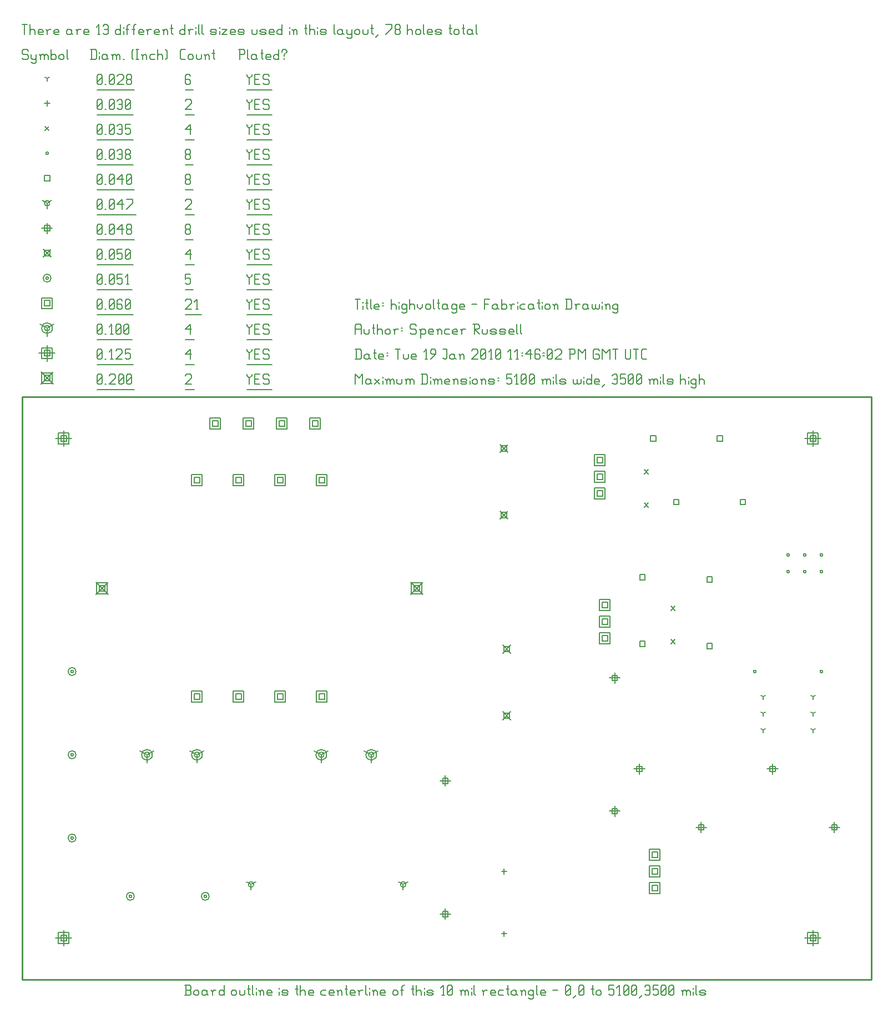
<source format=gbr>
G04 start of page 8 for group -3984 idx -3984
G04 Title: highvoltage, fab *
G04 Creator: pcb 20080202 *
G04 CreationDate: Tue 19 Jan 2010 11:46:02 PM GMT UTC *
G04 For: srussell *
G04 Format: Gerber/RS-274X *
G04 PCB-Dimensions: 510000 350000 *
G04 PCB-Coordinate-Origin: lower left *
%MOIN*%
%FSLAX24Y24*%
%LNFAB*%
%ADD47C,0.0100*%
%ADD48C,0.0080*%
%ADD49C,0.0060*%
G54D48*X4440Y23860D02*X5160Y23140D01*
X4440D02*X5160Y23860D01*
X4640Y23660D02*X4960D01*
X4640D02*Y23340D01*
X4960D01*
Y23660D02*Y23340D01*
X4480Y23820D02*X5120D01*
X4480D02*Y23180D01*
X5120D01*
Y23820D02*Y23180D01*
X23340Y23860D02*X24060Y23140D01*
X23340D02*X24060Y23860D01*
X23540Y23660D02*X23860D01*
X23540D02*Y23340D01*
X23860D01*
Y23660D02*Y23340D01*
X23380Y23820D02*X24020D01*
X23380D02*Y23180D01*
X24020D01*
Y23820D02*Y23180D01*
X1140Y36485D02*X1860Y35765D01*
X1140D02*X1860Y36485D01*
X1340Y36285D02*X1660D01*
X1340D02*Y35965D01*
X1660D01*
Y36285D02*Y35965D01*
X1180Y36445D02*X1820D01*
X1180D02*Y35805D01*
X1820D01*
Y36445D02*Y35805D01*
G54D49*X13500Y36350D02*Y36275D01*
X13650Y36125D01*
X13800Y36275D01*
Y36350D02*Y36275D01*
X13650Y36125D02*Y35750D01*
X13980Y36050D02*X14205D01*
X13980Y35750D02*X14280D01*
X13980Y36350D02*Y35750D01*
Y36350D02*X14280D01*
X14760D02*X14835Y36275D01*
X14535Y36350D02*X14760D01*
X14460Y36275D02*X14535Y36350D01*
X14460Y36275D02*Y36125D01*
X14535Y36050D01*
X14760D01*
X14835Y35975D01*
Y35825D01*
X14760Y35750D02*X14835Y35825D01*
X14535Y35750D02*X14760D01*
X14460Y35825D02*X14535Y35750D01*
X13500Y35424D02*X15015D01*
X9800Y36275D02*X9875Y36350D01*
X10100D01*
X10175Y36275D01*
Y36125D01*
X9800Y35750D02*X10175Y36125D01*
X9800Y35750D02*X10175D01*
X9800Y35424D02*X10355D01*
X4500Y35825D02*X4575Y35750D01*
X4500Y36275D02*Y35825D01*
Y36275D02*X4575Y36350D01*
X4725D01*
X4800Y36275D01*
Y35825D01*
X4725Y35750D02*X4800Y35825D01*
X4575Y35750D02*X4725D01*
X4500Y35900D02*X4800Y36200D01*
X4980Y35750D02*X5055D01*
X5235Y36275D02*X5310Y36350D01*
X5535D01*
X5610Y36275D01*
Y36125D01*
X5235Y35750D02*X5610Y36125D01*
X5235Y35750D02*X5610D01*
X5790Y35825D02*X5865Y35750D01*
X5790Y36275D02*Y35825D01*
Y36275D02*X5865Y36350D01*
X6015D01*
X6090Y36275D01*
Y35825D01*
X6015Y35750D02*X6090Y35825D01*
X5865Y35750D02*X6015D01*
X5790Y35900D02*X6090Y36200D01*
X6270Y35825D02*X6345Y35750D01*
X6270Y36275D02*Y35825D01*
Y36275D02*X6345Y36350D01*
X6495D01*
X6570Y36275D01*
Y35825D01*
X6495Y35750D02*X6570Y35825D01*
X6345Y35750D02*X6495D01*
X6270Y35900D02*X6570Y36200D01*
X4500Y35424D02*X6750D01*
X47500Y32980D02*Y32020D01*
X47020Y32500D02*X47980D01*
X47340Y32660D02*X47660D01*
X47340D02*Y32340D01*
X47660D01*
Y32660D02*Y32340D01*
X47180Y32820D02*X47820D01*
X47180D02*Y32180D01*
X47820D01*
Y32820D02*Y32180D01*
X2500Y32980D02*Y32020D01*
X2020Y32500D02*X2980D01*
X2340Y32660D02*X2660D01*
X2340D02*Y32340D01*
X2660D01*
Y32660D02*Y32340D01*
X2180Y32820D02*X2820D01*
X2180D02*Y32180D01*
X2820D01*
Y32820D02*Y32180D01*
X2500Y2980D02*Y2020D01*
X2020Y2500D02*X2980D01*
X2340Y2660D02*X2660D01*
X2340D02*Y2340D01*
X2660D01*
Y2660D02*Y2340D01*
X2180Y2820D02*X2820D01*
X2180D02*Y2180D01*
X2820D01*
Y2820D02*Y2180D01*
X47500Y2980D02*Y2020D01*
X47020Y2500D02*X47980D01*
X47340Y2660D02*X47660D01*
X47340D02*Y2340D01*
X47660D01*
Y2660D02*Y2340D01*
X47180Y2820D02*X47820D01*
X47180D02*Y2180D01*
X47820D01*
Y2820D02*Y2180D01*
X1500Y38105D02*Y37145D01*
X1020Y37625D02*X1980D01*
X1340Y37785D02*X1660D01*
X1340D02*Y37465D01*
X1660D01*
Y37785D02*Y37465D01*
X1180Y37945D02*X1820D01*
X1180D02*Y37305D01*
X1820D01*
Y37945D02*Y37305D01*
X13500Y37850D02*Y37775D01*
X13650Y37625D01*
X13800Y37775D01*
Y37850D02*Y37775D01*
X13650Y37625D02*Y37250D01*
X13980Y37550D02*X14205D01*
X13980Y37250D02*X14280D01*
X13980Y37850D02*Y37250D01*
Y37850D02*X14280D01*
X14760D02*X14835Y37775D01*
X14535Y37850D02*X14760D01*
X14460Y37775D02*X14535Y37850D01*
X14460Y37775D02*Y37625D01*
X14535Y37550D01*
X14760D01*
X14835Y37475D01*
Y37325D01*
X14760Y37250D02*X14835Y37325D01*
X14535Y37250D02*X14760D01*
X14460Y37325D02*X14535Y37250D01*
X13500Y36924D02*X15015D01*
X9800Y37550D02*X10100Y37850D01*
X9800Y37550D02*X10175D01*
X10100Y37850D02*Y37250D01*
X9800Y36924D02*X10355D01*
X4500Y37325D02*X4575Y37250D01*
X4500Y37775D02*Y37325D01*
Y37775D02*X4575Y37850D01*
X4725D01*
X4800Y37775D01*
Y37325D01*
X4725Y37250D02*X4800Y37325D01*
X4575Y37250D02*X4725D01*
X4500Y37400D02*X4800Y37700D01*
X4980Y37250D02*X5055D01*
X5310D02*X5460D01*
X5385Y37850D02*Y37250D01*
X5235Y37700D02*X5385Y37850D01*
X5640Y37775D02*X5715Y37850D01*
X5940D01*
X6015Y37775D01*
Y37625D01*
X5640Y37250D02*X6015Y37625D01*
X5640Y37250D02*X6015D01*
X6195Y37850D02*X6495D01*
X6195D02*Y37550D01*
X6270Y37625D01*
X6420D01*
X6495Y37550D01*
Y37325D01*
X6420Y37250D02*X6495Y37325D01*
X6270Y37250D02*X6420D01*
X6195Y37325D02*X6270Y37250D01*
X4500Y36924D02*X6675D01*
X7500Y13500D02*Y13020D01*
Y13500D02*X7916Y13740D01*
X7500Y13500D02*X7084Y13740D01*
X7340Y13500D02*G75*G03X7660Y13500I160J0D01*G01*
G75*G03X7340Y13500I-160J0D01*G01*
X7180D02*G75*G03X7820Y13500I320J0D01*G01*
G75*G03X7180Y13500I-320J0D01*G01*
X10500D02*Y13020D01*
Y13500D02*X10916Y13740D01*
X10500Y13500D02*X10084Y13740D01*
X10340Y13500D02*G75*G03X10660Y13500I160J0D01*G01*
G75*G03X10340Y13500I-160J0D01*G01*
X10180D02*G75*G03X10820Y13500I320J0D01*G01*
G75*G03X10180Y13500I-320J0D01*G01*
X17970D02*Y13020D01*
Y13500D02*X18386Y13740D01*
X17970Y13500D02*X17554Y13740D01*
X17810Y13500D02*G75*G03X18130Y13500I160J0D01*G01*
G75*G03X17810Y13500I-160J0D01*G01*
X17650D02*G75*G03X18290Y13500I320J0D01*G01*
G75*G03X17650Y13500I-320J0D01*G01*
X20970D02*Y13020D01*
Y13500D02*X21386Y13740D01*
X20970Y13500D02*X20554Y13740D01*
X20810Y13500D02*G75*G03X21130Y13500I160J0D01*G01*
G75*G03X20810Y13500I-160J0D01*G01*
X20650D02*G75*G03X21290Y13500I320J0D01*G01*
G75*G03X20650Y13500I-320J0D01*G01*
X1500Y39125D02*Y38645D01*
Y39125D02*X1916Y39365D01*
X1500Y39125D02*X1084Y39365D01*
X1340Y39125D02*G75*G03X1660Y39125I160J0D01*G01*
G75*G03X1340Y39125I-160J0D01*G01*
X1180D02*G75*G03X1820Y39125I320J0D01*G01*
G75*G03X1180Y39125I-320J0D01*G01*
X13500Y39350D02*Y39275D01*
X13650Y39125D01*
X13800Y39275D01*
Y39350D02*Y39275D01*
X13650Y39125D02*Y38750D01*
X13980Y39050D02*X14205D01*
X13980Y38750D02*X14280D01*
X13980Y39350D02*Y38750D01*
Y39350D02*X14280D01*
X14760D02*X14835Y39275D01*
X14535Y39350D02*X14760D01*
X14460Y39275D02*X14535Y39350D01*
X14460Y39275D02*Y39125D01*
X14535Y39050D01*
X14760D01*
X14835Y38975D01*
Y38825D01*
X14760Y38750D02*X14835Y38825D01*
X14535Y38750D02*X14760D01*
X14460Y38825D02*X14535Y38750D01*
X13500Y38424D02*X15015D01*
X9800Y39050D02*X10100Y39350D01*
X9800Y39050D02*X10175D01*
X10100Y39350D02*Y38750D01*
X9800Y38424D02*X10355D01*
X4500Y38825D02*X4575Y38750D01*
X4500Y39275D02*Y38825D01*
Y39275D02*X4575Y39350D01*
X4725D01*
X4800Y39275D01*
Y38825D01*
X4725Y38750D02*X4800Y38825D01*
X4575Y38750D02*X4725D01*
X4500Y38900D02*X4800Y39200D01*
X4980Y38750D02*X5055D01*
X5310D02*X5460D01*
X5385Y39350D02*Y38750D01*
X5235Y39200D02*X5385Y39350D01*
X5640Y38825D02*X5715Y38750D01*
X5640Y39275D02*Y38825D01*
Y39275D02*X5715Y39350D01*
X5865D01*
X5940Y39275D01*
Y38825D01*
X5865Y38750D02*X5940Y38825D01*
X5715Y38750D02*X5865D01*
X5640Y38900D02*X5940Y39200D01*
X6120Y38825D02*X6195Y38750D01*
X6120Y39275D02*Y38825D01*
Y39275D02*X6195Y39350D01*
X6345D01*
X6420Y39275D01*
Y38825D01*
X6345Y38750D02*X6420Y38825D01*
X6195Y38750D02*X6345D01*
X6120Y38900D02*X6420Y39200D01*
X4500Y38424D02*X6600D01*
X10340Y17160D02*X10660D01*
X10340D02*Y16840D01*
X10660D01*
Y17160D02*Y16840D01*
X10180Y17320D02*X10820D01*
X10180D02*Y16680D01*
X10820D01*
Y17320D02*Y16680D01*
X12840Y17160D02*X13160D01*
X12840D02*Y16840D01*
X13160D01*
Y17160D02*Y16840D01*
X12680Y17320D02*X13320D01*
X12680D02*Y16680D01*
X13320D01*
Y17320D02*Y16680D01*
X15340Y17160D02*X15660D01*
X15340D02*Y16840D01*
X15660D01*
Y17160D02*Y16840D01*
X15180Y17320D02*X15820D01*
X15180D02*Y16680D01*
X15820D01*
Y17320D02*Y16680D01*
X17840Y17160D02*X18160D01*
X17840D02*Y16840D01*
X18160D01*
Y17160D02*Y16840D01*
X17680Y17320D02*X18320D01*
X17680D02*Y16680D01*
X18320D01*
Y17320D02*Y16680D01*
X17840Y30160D02*X18160D01*
X17840D02*Y29840D01*
X18160D01*
Y30160D02*Y29840D01*
X17680Y30320D02*X18320D01*
X17680D02*Y29680D01*
X18320D01*
Y30320D02*Y29680D01*
X15340Y30160D02*X15660D01*
X15340D02*Y29840D01*
X15660D01*
Y30160D02*Y29840D01*
X15180Y30320D02*X15820D01*
X15180D02*Y29680D01*
X15820D01*
Y30320D02*Y29680D01*
X12840Y30160D02*X13160D01*
X12840D02*Y29840D01*
X13160D01*
Y30160D02*Y29840D01*
X12680Y30320D02*X13320D01*
X12680D02*Y29680D01*
X13320D01*
Y30320D02*Y29680D01*
X10340Y30160D02*X10660D01*
X10340D02*Y29840D01*
X10660D01*
Y30160D02*Y29840D01*
X10180Y30320D02*X10820D01*
X10180D02*Y29680D01*
X10820D01*
Y30320D02*Y29680D01*
X34840Y22660D02*X35160D01*
X34840D02*Y22340D01*
X35160D01*
Y22660D02*Y22340D01*
X34680Y22820D02*X35320D01*
X34680D02*Y22180D01*
X35320D01*
Y22820D02*Y22180D01*
X34840Y21660D02*X35160D01*
X34840D02*Y21340D01*
X35160D01*
Y21660D02*Y21340D01*
X34680Y21820D02*X35320D01*
X34680D02*Y21180D01*
X35320D01*
Y21820D02*Y21180D01*
X34840Y20660D02*X35160D01*
X34840D02*Y20340D01*
X35160D01*
Y20660D02*Y20340D01*
X34680Y20820D02*X35320D01*
X34680D02*Y20180D01*
X35320D01*
Y20820D02*Y20180D01*
X34540Y31360D02*X34860D01*
X34540D02*Y31040D01*
X34860D01*
Y31360D02*Y31040D01*
X34380Y31520D02*X35020D01*
X34380D02*Y30880D01*
X35020D01*
Y31520D02*Y30880D01*
X34540Y30360D02*X34860D01*
X34540D02*Y30040D01*
X34860D01*
Y30360D02*Y30040D01*
X34380Y30520D02*X35020D01*
X34380D02*Y29880D01*
X35020D01*
Y30520D02*Y29880D01*
X34540Y29360D02*X34860D01*
X34540D02*Y29040D01*
X34860D01*
Y29360D02*Y29040D01*
X34380Y29520D02*X35020D01*
X34380D02*Y28880D01*
X35020D01*
Y29520D02*Y28880D01*
X15440Y33560D02*X15760D01*
X15440D02*Y33240D01*
X15760D01*
Y33560D02*Y33240D01*
X15280Y33720D02*X15920D01*
X15280D02*Y33080D01*
X15920D01*
Y33720D02*Y33080D01*
X13440Y33560D02*X13760D01*
X13440D02*Y33240D01*
X13760D01*
Y33560D02*Y33240D01*
X13280Y33720D02*X13920D01*
X13280D02*Y33080D01*
X13920D01*
Y33720D02*Y33080D01*
X11440Y33560D02*X11760D01*
X11440D02*Y33240D01*
X11760D01*
Y33560D02*Y33240D01*
X11280Y33720D02*X11920D01*
X11280D02*Y33080D01*
X11920D01*
Y33720D02*Y33080D01*
X17440Y33560D02*X17760D01*
X17440D02*Y33240D01*
X17760D01*
Y33560D02*Y33240D01*
X17280Y33720D02*X17920D01*
X17280D02*Y33080D01*
X17920D01*
Y33720D02*Y33080D01*
X37840Y7660D02*X38160D01*
X37840D02*Y7340D01*
X38160D01*
Y7660D02*Y7340D01*
X37680Y7820D02*X38320D01*
X37680D02*Y7180D01*
X38320D01*
Y7820D02*Y7180D01*
X37840Y6660D02*X38160D01*
X37840D02*Y6340D01*
X38160D01*
Y6660D02*Y6340D01*
X37680Y6820D02*X38320D01*
X37680D02*Y6180D01*
X38320D01*
Y6820D02*Y6180D01*
X37840Y5660D02*X38160D01*
X37840D02*Y5340D01*
X38160D01*
Y5660D02*Y5340D01*
X37680Y5820D02*X38320D01*
X37680D02*Y5180D01*
X38320D01*
Y5820D02*Y5180D01*
X1340Y40785D02*X1660D01*
X1340D02*Y40465D01*
X1660D01*
Y40785D02*Y40465D01*
X1180Y40945D02*X1820D01*
X1180D02*Y40305D01*
X1820D01*
Y40945D02*Y40305D01*
X13500Y40850D02*Y40775D01*
X13650Y40625D01*
X13800Y40775D01*
Y40850D02*Y40775D01*
X13650Y40625D02*Y40250D01*
X13980Y40550D02*X14205D01*
X13980Y40250D02*X14280D01*
X13980Y40850D02*Y40250D01*
Y40850D02*X14280D01*
X14760D02*X14835Y40775D01*
X14535Y40850D02*X14760D01*
X14460Y40775D02*X14535Y40850D01*
X14460Y40775D02*Y40625D01*
X14535Y40550D01*
X14760D01*
X14835Y40475D01*
Y40325D01*
X14760Y40250D02*X14835Y40325D01*
X14535Y40250D02*X14760D01*
X14460Y40325D02*X14535Y40250D01*
X13500Y39924D02*X15015D01*
X9800Y40775D02*X9875Y40850D01*
X10100D01*
X10175Y40775D01*
Y40625D01*
X9800Y40250D02*X10175Y40625D01*
X9800Y40250D02*X10175D01*
X10430D02*X10580D01*
X10505Y40850D02*Y40250D01*
X10355Y40700D02*X10505Y40850D01*
X9800Y39924D02*X10760D01*
X4500Y40325D02*X4575Y40250D01*
X4500Y40775D02*Y40325D01*
Y40775D02*X4575Y40850D01*
X4725D01*
X4800Y40775D01*
Y40325D01*
X4725Y40250D02*X4800Y40325D01*
X4575Y40250D02*X4725D01*
X4500Y40400D02*X4800Y40700D01*
X4980Y40250D02*X5055D01*
X5235Y40325D02*X5310Y40250D01*
X5235Y40775D02*Y40325D01*
Y40775D02*X5310Y40850D01*
X5460D01*
X5535Y40775D01*
Y40325D01*
X5460Y40250D02*X5535Y40325D01*
X5310Y40250D02*X5460D01*
X5235Y40400D02*X5535Y40700D01*
X5940Y40850D02*X6015Y40775D01*
X5790Y40850D02*X5940D01*
X5715Y40775D02*X5790Y40850D01*
X5715Y40775D02*Y40325D01*
X5790Y40250D01*
X5940Y40550D02*X6015Y40475D01*
X5715Y40550D02*X5940D01*
X5790Y40250D02*X5940D01*
X6015Y40325D01*
Y40475D02*Y40325D01*
X6195D02*X6270Y40250D01*
X6195Y40775D02*Y40325D01*
Y40775D02*X6270Y40850D01*
X6420D01*
X6495Y40775D01*
Y40325D01*
X6420Y40250D02*X6495Y40325D01*
X6270Y40250D02*X6420D01*
X6195Y40400D02*X6495Y40700D01*
X4500Y39924D02*X6675D01*
X2920Y8500D02*G75*G03X3080Y8500I80J0D01*G01*
G75*G03X2920Y8500I-80J0D01*G01*
X2760D02*G75*G03X3240Y8500I240J0D01*G01*
G75*G03X2760Y8500I-240J0D01*G01*
X2920Y13500D02*G75*G03X3080Y13500I80J0D01*G01*
G75*G03X2920Y13500I-80J0D01*G01*
X2760D02*G75*G03X3240Y13500I240J0D01*G01*
G75*G03X2760Y13500I-240J0D01*G01*
X2920Y18500D02*G75*G03X3080Y18500I80J0D01*G01*
G75*G03X2920Y18500I-80J0D01*G01*
X2760D02*G75*G03X3240Y18500I240J0D01*G01*
G75*G03X2760Y18500I-240J0D01*G01*
X6420Y5000D02*G75*G03X6580Y5000I80J0D01*G01*
G75*G03X6420Y5000I-80J0D01*G01*
X6260D02*G75*G03X6740Y5000I240J0D01*G01*
G75*G03X6260Y5000I-240J0D01*G01*
X10920D02*G75*G03X11080Y5000I80J0D01*G01*
G75*G03X10920Y5000I-80J0D01*G01*
X10760D02*G75*G03X11240Y5000I240J0D01*G01*
G75*G03X10760Y5000I-240J0D01*G01*
X1420Y42125D02*G75*G03X1580Y42125I80J0D01*G01*
G75*G03X1420Y42125I-80J0D01*G01*
X1260D02*G75*G03X1740Y42125I240J0D01*G01*
G75*G03X1260Y42125I-240J0D01*G01*
X13500Y42350D02*Y42275D01*
X13650Y42125D01*
X13800Y42275D01*
Y42350D02*Y42275D01*
X13650Y42125D02*Y41750D01*
X13980Y42050D02*X14205D01*
X13980Y41750D02*X14280D01*
X13980Y42350D02*Y41750D01*
Y42350D02*X14280D01*
X14760D02*X14835Y42275D01*
X14535Y42350D02*X14760D01*
X14460Y42275D02*X14535Y42350D01*
X14460Y42275D02*Y42125D01*
X14535Y42050D01*
X14760D01*
X14835Y41975D01*
Y41825D01*
X14760Y41750D02*X14835Y41825D01*
X14535Y41750D02*X14760D01*
X14460Y41825D02*X14535Y41750D01*
X13500Y41424D02*X15015D01*
X9800Y42350D02*X10100D01*
X9800D02*Y42050D01*
X9875Y42125D01*
X10025D01*
X10100Y42050D01*
Y41825D01*
X10025Y41750D02*X10100Y41825D01*
X9875Y41750D02*X10025D01*
X9800Y41825D02*X9875Y41750D01*
X9800Y41424D02*X10280D01*
X4500Y41825D02*X4575Y41750D01*
X4500Y42275D02*Y41825D01*
Y42275D02*X4575Y42350D01*
X4725D01*
X4800Y42275D01*
Y41825D01*
X4725Y41750D02*X4800Y41825D01*
X4575Y41750D02*X4725D01*
X4500Y41900D02*X4800Y42200D01*
X4980Y41750D02*X5055D01*
X5235Y41825D02*X5310Y41750D01*
X5235Y42275D02*Y41825D01*
Y42275D02*X5310Y42350D01*
X5460D01*
X5535Y42275D01*
Y41825D01*
X5460Y41750D02*X5535Y41825D01*
X5310Y41750D02*X5460D01*
X5235Y41900D02*X5535Y42200D01*
X5715Y42350D02*X6015D01*
X5715D02*Y42050D01*
X5790Y42125D01*
X5940D01*
X6015Y42050D01*
Y41825D01*
X5940Y41750D02*X6015Y41825D01*
X5790Y41750D02*X5940D01*
X5715Y41825D02*X5790Y41750D01*
X6270D02*X6420D01*
X6345Y42350D02*Y41750D01*
X6195Y42200D02*X6345Y42350D01*
X4500Y41424D02*X6600D01*
X28861Y20090D02*X29341Y19610D01*
X28861D02*X29341Y20090D01*
X28941Y20010D02*X29261D01*
X28941D02*Y19690D01*
X29261D01*
Y20010D02*Y19690D01*
X28861Y16090D02*X29341Y15610D01*
X28861D02*X29341Y16090D01*
X28941Y16010D02*X29261D01*
X28941D02*Y15690D01*
X29261D01*
Y16010D02*Y15690D01*
X28707Y32131D02*X29187Y31651D01*
X28707D02*X29187Y32131D01*
X28787Y32051D02*X29107D01*
X28787D02*Y31731D01*
X29107D01*
Y32051D02*Y31731D01*
X28707Y28131D02*X29187Y27651D01*
X28707D02*X29187Y28131D01*
X28787Y28051D02*X29107D01*
X28787D02*Y27731D01*
X29107D01*
Y28051D02*Y27731D01*
X1260Y43865D02*X1740Y43385D01*
X1260D02*X1740Y43865D01*
X1340Y43785D02*X1660D01*
X1340D02*Y43465D01*
X1660D01*
Y43785D02*Y43465D01*
X13500Y43850D02*Y43775D01*
X13650Y43625D01*
X13800Y43775D01*
Y43850D02*Y43775D01*
X13650Y43625D02*Y43250D01*
X13980Y43550D02*X14205D01*
X13980Y43250D02*X14280D01*
X13980Y43850D02*Y43250D01*
Y43850D02*X14280D01*
X14760D02*X14835Y43775D01*
X14535Y43850D02*X14760D01*
X14460Y43775D02*X14535Y43850D01*
X14460Y43775D02*Y43625D01*
X14535Y43550D01*
X14760D01*
X14835Y43475D01*
Y43325D01*
X14760Y43250D02*X14835Y43325D01*
X14535Y43250D02*X14760D01*
X14460Y43325D02*X14535Y43250D01*
X13500Y42924D02*X15015D01*
X9800Y43550D02*X10100Y43850D01*
X9800Y43550D02*X10175D01*
X10100Y43850D02*Y43250D01*
X9800Y42924D02*X10355D01*
X4500Y43325D02*X4575Y43250D01*
X4500Y43775D02*Y43325D01*
Y43775D02*X4575Y43850D01*
X4725D01*
X4800Y43775D01*
Y43325D01*
X4725Y43250D02*X4800Y43325D01*
X4575Y43250D02*X4725D01*
X4500Y43400D02*X4800Y43700D01*
X4980Y43250D02*X5055D01*
X5235Y43325D02*X5310Y43250D01*
X5235Y43775D02*Y43325D01*
Y43775D02*X5310Y43850D01*
X5460D01*
X5535Y43775D01*
Y43325D01*
X5460Y43250D02*X5535Y43325D01*
X5310Y43250D02*X5460D01*
X5235Y43400D02*X5535Y43700D01*
X5715Y43850D02*X6015D01*
X5715D02*Y43550D01*
X5790Y43625D01*
X5940D01*
X6015Y43550D01*
Y43325D01*
X5940Y43250D02*X6015Y43325D01*
X5790Y43250D02*X5940D01*
X5715Y43325D02*X5790Y43250D01*
X6195Y43325D02*X6270Y43250D01*
X6195Y43775D02*Y43325D01*
Y43775D02*X6270Y43850D01*
X6420D01*
X6495Y43775D01*
Y43325D01*
X6420Y43250D02*X6495Y43325D01*
X6270Y43250D02*X6420D01*
X6195Y43400D02*X6495Y43700D01*
X4500Y42924D02*X6675D01*
X45072Y12972D02*Y12332D01*
X44752Y12652D02*X45392D01*
X44912Y12812D02*X45232D01*
X44912D02*Y12492D01*
X45232D01*
Y12812D02*Y12492D01*
X37072Y12972D02*Y12332D01*
X36752Y12652D02*X37392D01*
X36912Y12812D02*X37232D01*
X36912D02*Y12492D01*
X37232D01*
Y12812D02*Y12492D01*
X25416Y4256D02*Y3616D01*
X25096Y3936D02*X25736D01*
X25256Y4096D02*X25576D01*
X25256D02*Y3776D01*
X25576D01*
Y4096D02*Y3776D01*
X25416Y12256D02*Y11616D01*
X25096Y11936D02*X25736D01*
X25256Y12096D02*X25576D01*
X25256D02*Y11776D01*
X25576D01*
Y12096D02*Y11776D01*
X35591Y10439D02*Y9799D01*
X35271Y10119D02*X35911D01*
X35431Y10279D02*X35751D01*
X35431D02*Y9959D01*
X35751D01*
Y10279D02*Y9959D01*
X35591Y18439D02*Y17799D01*
X35271Y18119D02*X35911D01*
X35431Y18279D02*X35751D01*
X35431D02*Y17959D01*
X35751D01*
Y18279D02*Y17959D01*
X48784Y9465D02*Y8825D01*
X48464Y9145D02*X49104D01*
X48624Y9305D02*X48944D01*
X48624D02*Y8985D01*
X48944D01*
Y9305D02*Y8985D01*
X40784Y9465D02*Y8825D01*
X40464Y9145D02*X41104D01*
X40624Y9305D02*X40944D01*
X40624D02*Y8985D01*
X40944D01*
Y9305D02*Y8985D01*
X1500Y45445D02*Y44805D01*
X1180Y45125D02*X1820D01*
X1340Y45285D02*X1660D01*
X1340D02*Y44965D01*
X1660D01*
Y45285D02*Y44965D01*
X13500Y45350D02*Y45275D01*
X13650Y45125D01*
X13800Y45275D01*
Y45350D02*Y45275D01*
X13650Y45125D02*Y44750D01*
X13980Y45050D02*X14205D01*
X13980Y44750D02*X14280D01*
X13980Y45350D02*Y44750D01*
Y45350D02*X14280D01*
X14760D02*X14835Y45275D01*
X14535Y45350D02*X14760D01*
X14460Y45275D02*X14535Y45350D01*
X14460Y45275D02*Y45125D01*
X14535Y45050D01*
X14760D01*
X14835Y44975D01*
Y44825D01*
X14760Y44750D02*X14835Y44825D01*
X14535Y44750D02*X14760D01*
X14460Y44825D02*X14535Y44750D01*
X13500Y44424D02*X15015D01*
X9800Y44825D02*X9875Y44750D01*
X9800Y44975D02*Y44825D01*
Y44975D02*X9875Y45050D01*
X10025D01*
X10100Y44975D01*
Y44825D01*
X10025Y44750D02*X10100Y44825D01*
X9875Y44750D02*X10025D01*
X9800Y45125D02*X9875Y45050D01*
X9800Y45275D02*Y45125D01*
Y45275D02*X9875Y45350D01*
X10025D01*
X10100Y45275D01*
Y45125D01*
X10025Y45050D02*X10100Y45125D01*
X9800Y44424D02*X10280D01*
X4500Y44825D02*X4575Y44750D01*
X4500Y45275D02*Y44825D01*
Y45275D02*X4575Y45350D01*
X4725D01*
X4800Y45275D01*
Y44825D01*
X4725Y44750D02*X4800Y44825D01*
X4575Y44750D02*X4725D01*
X4500Y44900D02*X4800Y45200D01*
X4980Y44750D02*X5055D01*
X5235Y44825D02*X5310Y44750D01*
X5235Y45275D02*Y44825D01*
Y45275D02*X5310Y45350D01*
X5460D01*
X5535Y45275D01*
Y44825D01*
X5460Y44750D02*X5535Y44825D01*
X5310Y44750D02*X5460D01*
X5235Y44900D02*X5535Y45200D01*
X5715Y45050D02*X6015Y45350D01*
X5715Y45050D02*X6090D01*
X6015Y45350D02*Y44750D01*
X6270Y44825D02*X6345Y44750D01*
X6270Y44975D02*Y44825D01*
Y44975D02*X6345Y45050D01*
X6495D01*
X6570Y44975D01*
Y44825D01*
X6495Y44750D02*X6570Y44825D01*
X6345Y44750D02*X6495D01*
X6270Y45125D02*X6345Y45050D01*
X6270Y45275D02*Y45125D01*
Y45275D02*X6345Y45350D01*
X6495D01*
X6570Y45275D01*
Y45125D01*
X6495Y45050D02*X6570Y45125D01*
X4500Y44424D02*X6750D01*
X13752Y5714D02*Y5394D01*
Y5714D02*X14030Y5874D01*
X13752Y5714D02*X13475Y5874D01*
X13592Y5714D02*G75*G03X13912Y5714I160J0D01*G01*
G75*G03X13592Y5714I-160J0D01*G01*
X22886D02*Y5394D01*
Y5714D02*X23164Y5874D01*
X22886Y5714D02*X22609Y5874D01*
X22726Y5714D02*G75*G03X23046Y5714I160J0D01*G01*
G75*G03X22726Y5714I-160J0D01*G01*
X1500Y46625D02*Y46305D01*
Y46625D02*X1777Y46785D01*
X1500Y46625D02*X1222Y46785D01*
X1340Y46625D02*G75*G03X1660Y46625I160J0D01*G01*
G75*G03X1340Y46625I-160J0D01*G01*
X13500Y46850D02*Y46775D01*
X13650Y46625D01*
X13800Y46775D01*
Y46850D02*Y46775D01*
X13650Y46625D02*Y46250D01*
X13980Y46550D02*X14205D01*
X13980Y46250D02*X14280D01*
X13980Y46850D02*Y46250D01*
Y46850D02*X14280D01*
X14760D02*X14835Y46775D01*
X14535Y46850D02*X14760D01*
X14460Y46775D02*X14535Y46850D01*
X14460Y46775D02*Y46625D01*
X14535Y46550D01*
X14760D01*
X14835Y46475D01*
Y46325D01*
X14760Y46250D02*X14835Y46325D01*
X14535Y46250D02*X14760D01*
X14460Y46325D02*X14535Y46250D01*
X13500Y45924D02*X15015D01*
X9800Y46775D02*X9875Y46850D01*
X10100D01*
X10175Y46775D01*
Y46625D01*
X9800Y46250D02*X10175Y46625D01*
X9800Y46250D02*X10175D01*
X9800Y45924D02*X10355D01*
X4500Y46325D02*X4575Y46250D01*
X4500Y46775D02*Y46325D01*
Y46775D02*X4575Y46850D01*
X4725D01*
X4800Y46775D01*
Y46325D01*
X4725Y46250D02*X4800Y46325D01*
X4575Y46250D02*X4725D01*
X4500Y46400D02*X4800Y46700D01*
X4980Y46250D02*X5055D01*
X5235Y46325D02*X5310Y46250D01*
X5235Y46775D02*Y46325D01*
Y46775D02*X5310Y46850D01*
X5460D01*
X5535Y46775D01*
Y46325D01*
X5460Y46250D02*X5535Y46325D01*
X5310Y46250D02*X5460D01*
X5235Y46400D02*X5535Y46700D01*
X5715Y46550D02*X6015Y46850D01*
X5715Y46550D02*X6090D01*
X6015Y46850D02*Y46250D01*
X6270D02*X6645Y46625D01*
Y46850D02*Y46625D01*
X6270Y46850D02*X6645D01*
X4500Y45924D02*X6825D01*
X37089Y24316D02*X37409D01*
X37089D02*Y23996D01*
X37409D01*
Y24316D02*Y23996D01*
X37089Y20316D02*X37409D01*
X37089D02*Y19996D01*
X37409D01*
Y20316D02*Y19996D01*
X41130Y20191D02*X41450D01*
X41130D02*Y19871D01*
X41450D01*
Y20191D02*Y19871D01*
X41130Y24191D02*X41450D01*
X41130D02*Y23871D01*
X41450D01*
Y24191D02*Y23871D01*
X41745Y32651D02*X42065D01*
X41745D02*Y32331D01*
X42065D01*
Y32651D02*Y32331D01*
X37745Y32651D02*X38065D01*
X37745D02*Y32331D01*
X38065D01*
Y32651D02*Y32331D01*
X39123Y28836D02*X39443D01*
X39123D02*Y28516D01*
X39443D01*
Y28836D02*Y28516D01*
X43123Y28836D02*X43443D01*
X43123D02*Y28516D01*
X43443D01*
Y28836D02*Y28516D01*
X1340Y48285D02*X1660D01*
X1340D02*Y47965D01*
X1660D01*
Y48285D02*Y47965D01*
X13500Y48350D02*Y48275D01*
X13650Y48125D01*
X13800Y48275D01*
Y48350D02*Y48275D01*
X13650Y48125D02*Y47750D01*
X13980Y48050D02*X14205D01*
X13980Y47750D02*X14280D01*
X13980Y48350D02*Y47750D01*
Y48350D02*X14280D01*
X14760D02*X14835Y48275D01*
X14535Y48350D02*X14760D01*
X14460Y48275D02*X14535Y48350D01*
X14460Y48275D02*Y48125D01*
X14535Y48050D01*
X14760D01*
X14835Y47975D01*
Y47825D01*
X14760Y47750D02*X14835Y47825D01*
X14535Y47750D02*X14760D01*
X14460Y47825D02*X14535Y47750D01*
X13500Y47424D02*X15015D01*
X9800Y47825D02*X9875Y47750D01*
X9800Y47975D02*Y47825D01*
Y47975D02*X9875Y48050D01*
X10025D01*
X10100Y47975D01*
Y47825D01*
X10025Y47750D02*X10100Y47825D01*
X9875Y47750D02*X10025D01*
X9800Y48125D02*X9875Y48050D01*
X9800Y48275D02*Y48125D01*
Y48275D02*X9875Y48350D01*
X10025D01*
X10100Y48275D01*
Y48125D01*
X10025Y48050D02*X10100Y48125D01*
X9800Y47424D02*X10280D01*
X4500Y47825D02*X4575Y47750D01*
X4500Y48275D02*Y47825D01*
Y48275D02*X4575Y48350D01*
X4725D01*
X4800Y48275D01*
Y47825D01*
X4725Y47750D02*X4800Y47825D01*
X4575Y47750D02*X4725D01*
X4500Y47900D02*X4800Y48200D01*
X4980Y47750D02*X5055D01*
X5235Y47825D02*X5310Y47750D01*
X5235Y48275D02*Y47825D01*
Y48275D02*X5310Y48350D01*
X5460D01*
X5535Y48275D01*
Y47825D01*
X5460Y47750D02*X5535Y47825D01*
X5310Y47750D02*X5460D01*
X5235Y47900D02*X5535Y48200D01*
X5715Y48050D02*X6015Y48350D01*
X5715Y48050D02*X6090D01*
X6015Y48350D02*Y47750D01*
X6270Y47825D02*X6345Y47750D01*
X6270Y48275D02*Y47825D01*
Y48275D02*X6345Y48350D01*
X6495D01*
X6570Y48275D01*
Y47825D01*
X6495Y47750D02*X6570Y47825D01*
X6345Y47750D02*X6495D01*
X6270Y47900D02*X6570Y48200D01*
X4500Y47424D02*X6750D01*
X43920Y18500D02*G75*G03X44080Y18500I80J0D01*G01*
G75*G03X43920Y18500I-80J0D01*G01*
X47920D02*G75*G03X48080Y18500I80J0D01*G01*
G75*G03X47920Y18500I-80J0D01*G01*
X45920Y24500D02*G75*G03X46080Y24500I80J0D01*G01*
G75*G03X45920Y24500I-80J0D01*G01*
Y25500D02*G75*G03X46080Y25500I80J0D01*G01*
G75*G03X45920Y25500I-80J0D01*G01*
X46920Y24500D02*G75*G03X47080Y24500I80J0D01*G01*
G75*G03X46920Y24500I-80J0D01*G01*
Y25500D02*G75*G03X47080Y25500I80J0D01*G01*
G75*G03X46920Y25500I-80J0D01*G01*
X47920Y24500D02*G75*G03X48080Y24500I80J0D01*G01*
G75*G03X47920Y24500I-80J0D01*G01*
Y25500D02*G75*G03X48080Y25500I80J0D01*G01*
G75*G03X47920Y25500I-80J0D01*G01*
X1420Y49625D02*G75*G03X1580Y49625I80J0D01*G01*
G75*G03X1420Y49625I-80J0D01*G01*
X13500Y49850D02*Y49775D01*
X13650Y49625D01*
X13800Y49775D01*
Y49850D02*Y49775D01*
X13650Y49625D02*Y49250D01*
X13980Y49550D02*X14205D01*
X13980Y49250D02*X14280D01*
X13980Y49850D02*Y49250D01*
Y49850D02*X14280D01*
X14760D02*X14835Y49775D01*
X14535Y49850D02*X14760D01*
X14460Y49775D02*X14535Y49850D01*
X14460Y49775D02*Y49625D01*
X14535Y49550D01*
X14760D01*
X14835Y49475D01*
Y49325D01*
X14760Y49250D02*X14835Y49325D01*
X14535Y49250D02*X14760D01*
X14460Y49325D02*X14535Y49250D01*
X13500Y48924D02*X15015D01*
X9800Y49325D02*X9875Y49250D01*
X9800Y49475D02*Y49325D01*
Y49475D02*X9875Y49550D01*
X10025D01*
X10100Y49475D01*
Y49325D01*
X10025Y49250D02*X10100Y49325D01*
X9875Y49250D02*X10025D01*
X9800Y49625D02*X9875Y49550D01*
X9800Y49775D02*Y49625D01*
Y49775D02*X9875Y49850D01*
X10025D01*
X10100Y49775D01*
Y49625D01*
X10025Y49550D02*X10100Y49625D01*
X9800Y48924D02*X10280D01*
X4500Y49325D02*X4575Y49250D01*
X4500Y49775D02*Y49325D01*
Y49775D02*X4575Y49850D01*
X4725D01*
X4800Y49775D01*
Y49325D01*
X4725Y49250D02*X4800Y49325D01*
X4575Y49250D02*X4725D01*
X4500Y49400D02*X4800Y49700D01*
X4980Y49250D02*X5055D01*
X5235Y49325D02*X5310Y49250D01*
X5235Y49775D02*Y49325D01*
Y49775D02*X5310Y49850D01*
X5460D01*
X5535Y49775D01*
Y49325D01*
X5460Y49250D02*X5535Y49325D01*
X5310Y49250D02*X5460D01*
X5235Y49400D02*X5535Y49700D01*
X5715Y49775D02*X5790Y49850D01*
X5940D01*
X6015Y49775D01*
Y49325D01*
X5940Y49250D02*X6015Y49325D01*
X5790Y49250D02*X5940D01*
X5715Y49325D02*X5790Y49250D01*
Y49550D02*X6015D01*
X6195Y49325D02*X6270Y49250D01*
X6195Y49475D02*Y49325D01*
Y49475D02*X6270Y49550D01*
X6420D01*
X6495Y49475D01*
Y49325D01*
X6420Y49250D02*X6495Y49325D01*
X6270Y49250D02*X6420D01*
X6195Y49625D02*X6270Y49550D01*
X6195Y49775D02*Y49625D01*
Y49775D02*X6270Y49850D01*
X6420D01*
X6495Y49775D01*
Y49625D01*
X6420Y49550D02*X6495Y49625D01*
X4500Y48924D02*X6675D01*
X37380Y28620D02*X37620Y28380D01*
X37380D02*X37620Y28620D01*
X37380Y30620D02*X37620Y30380D01*
X37380D02*X37620Y30620D01*
X38980Y20420D02*X39220Y20180D01*
X38980D02*X39220Y20420D01*
X38980Y22420D02*X39220Y22180D01*
X38980D02*X39220Y22420D01*
X1380Y51245D02*X1620Y51005D01*
X1380D02*X1620Y51245D01*
X13500Y51350D02*Y51275D01*
X13650Y51125D01*
X13800Y51275D01*
Y51350D02*Y51275D01*
X13650Y51125D02*Y50750D01*
X13980Y51050D02*X14205D01*
X13980Y50750D02*X14280D01*
X13980Y51350D02*Y50750D01*
Y51350D02*X14280D01*
X14760D02*X14835Y51275D01*
X14535Y51350D02*X14760D01*
X14460Y51275D02*X14535Y51350D01*
X14460Y51275D02*Y51125D01*
X14535Y51050D01*
X14760D01*
X14835Y50975D01*
Y50825D01*
X14760Y50750D02*X14835Y50825D01*
X14535Y50750D02*X14760D01*
X14460Y50825D02*X14535Y50750D01*
X13500Y50424D02*X15015D01*
X9800Y51050D02*X10100Y51350D01*
X9800Y51050D02*X10175D01*
X10100Y51350D02*Y50750D01*
X9800Y50424D02*X10355D01*
X4500Y50825D02*X4575Y50750D01*
X4500Y51275D02*Y50825D01*
Y51275D02*X4575Y51350D01*
X4725D01*
X4800Y51275D01*
Y50825D01*
X4725Y50750D02*X4800Y50825D01*
X4575Y50750D02*X4725D01*
X4500Y50900D02*X4800Y51200D01*
X4980Y50750D02*X5055D01*
X5235Y50825D02*X5310Y50750D01*
X5235Y51275D02*Y50825D01*
Y51275D02*X5310Y51350D01*
X5460D01*
X5535Y51275D01*
Y50825D01*
X5460Y50750D02*X5535Y50825D01*
X5310Y50750D02*X5460D01*
X5235Y50900D02*X5535Y51200D01*
X5715Y51275D02*X5790Y51350D01*
X5940D01*
X6015Y51275D01*
Y50825D01*
X5940Y50750D02*X6015Y50825D01*
X5790Y50750D02*X5940D01*
X5715Y50825D02*X5790Y50750D01*
Y51050D02*X6015D01*
X6195Y51350D02*X6495D01*
X6195D02*Y51050D01*
X6270Y51125D01*
X6420D01*
X6495Y51050D01*
Y50825D01*
X6420Y50750D02*X6495Y50825D01*
X6270Y50750D02*X6420D01*
X6195Y50825D02*X6270Y50750D01*
X4500Y50424D02*X6675D01*
X28950Y6660D02*Y6340D01*
X28790Y6500D02*X29110D01*
X28950Y2910D02*Y2590D01*
X28790Y2750D02*X29110D01*
X1500Y52785D02*Y52465D01*
X1340Y52625D02*X1660D01*
X13500Y52850D02*Y52775D01*
X13650Y52625D01*
X13800Y52775D01*
Y52850D02*Y52775D01*
X13650Y52625D02*Y52250D01*
X13980Y52550D02*X14205D01*
X13980Y52250D02*X14280D01*
X13980Y52850D02*Y52250D01*
Y52850D02*X14280D01*
X14760D02*X14835Y52775D01*
X14535Y52850D02*X14760D01*
X14460Y52775D02*X14535Y52850D01*
X14460Y52775D02*Y52625D01*
X14535Y52550D01*
X14760D01*
X14835Y52475D01*
Y52325D01*
X14760Y52250D02*X14835Y52325D01*
X14535Y52250D02*X14760D01*
X14460Y52325D02*X14535Y52250D01*
X13500Y51924D02*X15015D01*
X9800Y52775D02*X9875Y52850D01*
X10100D01*
X10175Y52775D01*
Y52625D01*
X9800Y52250D02*X10175Y52625D01*
X9800Y52250D02*X10175D01*
X9800Y51924D02*X10355D01*
X4500Y52325D02*X4575Y52250D01*
X4500Y52775D02*Y52325D01*
Y52775D02*X4575Y52850D01*
X4725D01*
X4800Y52775D01*
Y52325D01*
X4725Y52250D02*X4800Y52325D01*
X4575Y52250D02*X4725D01*
X4500Y52400D02*X4800Y52700D01*
X4980Y52250D02*X5055D01*
X5235Y52325D02*X5310Y52250D01*
X5235Y52775D02*Y52325D01*
Y52775D02*X5310Y52850D01*
X5460D01*
X5535Y52775D01*
Y52325D01*
X5460Y52250D02*X5535Y52325D01*
X5310Y52250D02*X5460D01*
X5235Y52400D02*X5535Y52700D01*
X5715Y52775D02*X5790Y52850D01*
X5940D01*
X6015Y52775D01*
Y52325D01*
X5940Y52250D02*X6015Y52325D01*
X5790Y52250D02*X5940D01*
X5715Y52325D02*X5790Y52250D01*
Y52550D02*X6015D01*
X6195Y52325D02*X6270Y52250D01*
X6195Y52775D02*Y52325D01*
Y52775D02*X6270Y52850D01*
X6420D01*
X6495Y52775D01*
Y52325D01*
X6420Y52250D02*X6495Y52325D01*
X6270Y52250D02*X6420D01*
X6195Y52400D02*X6495Y52700D01*
X4500Y51924D02*X6675D01*
X44500Y17000D02*Y16840D01*
Y17000D02*X44638Y17080D01*
X44500Y17000D02*X44361Y17080D01*
X44500Y16000D02*Y15840D01*
Y16000D02*X44638Y16080D01*
X44500Y16000D02*X44361Y16080D01*
X44500Y15000D02*Y14840D01*
Y15000D02*X44638Y15080D01*
X44500Y15000D02*X44361Y15080D01*
X47500Y15000D02*Y14840D01*
Y15000D02*X47638Y15080D01*
X47500Y15000D02*X47361Y15080D01*
X47500Y16000D02*Y15840D01*
Y16000D02*X47638Y16080D01*
X47500Y16000D02*X47361Y16080D01*
X47500Y17000D02*Y16840D01*
Y17000D02*X47638Y17080D01*
X47500Y17000D02*X47361Y17080D01*
X1500Y54125D02*Y53965D01*
Y54125D02*X1638Y54205D01*
X1500Y54125D02*X1361Y54205D01*
X13500Y54350D02*Y54275D01*
X13650Y54125D01*
X13800Y54275D01*
Y54350D02*Y54275D01*
X13650Y54125D02*Y53750D01*
X13980Y54050D02*X14205D01*
X13980Y53750D02*X14280D01*
X13980Y54350D02*Y53750D01*
Y54350D02*X14280D01*
X14760D02*X14835Y54275D01*
X14535Y54350D02*X14760D01*
X14460Y54275D02*X14535Y54350D01*
X14460Y54275D02*Y54125D01*
X14535Y54050D01*
X14760D01*
X14835Y53975D01*
Y53825D01*
X14760Y53750D02*X14835Y53825D01*
X14535Y53750D02*X14760D01*
X14460Y53825D02*X14535Y53750D01*
X13500Y53424D02*X15015D01*
X10025Y54350D02*X10100Y54275D01*
X9875Y54350D02*X10025D01*
X9800Y54275D02*X9875Y54350D01*
X9800Y54275D02*Y53825D01*
X9875Y53750D01*
X10025Y54050D02*X10100Y53975D01*
X9800Y54050D02*X10025D01*
X9875Y53750D02*X10025D01*
X10100Y53825D01*
Y53975D02*Y53825D01*
X9800Y53424D02*X10280D01*
X4500Y53825D02*X4575Y53750D01*
X4500Y54275D02*Y53825D01*
Y54275D02*X4575Y54350D01*
X4725D01*
X4800Y54275D01*
Y53825D01*
X4725Y53750D02*X4800Y53825D01*
X4575Y53750D02*X4725D01*
X4500Y53900D02*X4800Y54200D01*
X4980Y53750D02*X5055D01*
X5235Y53825D02*X5310Y53750D01*
X5235Y54275D02*Y53825D01*
Y54275D02*X5310Y54350D01*
X5460D01*
X5535Y54275D01*
Y53825D01*
X5460Y53750D02*X5535Y53825D01*
X5310Y53750D02*X5460D01*
X5235Y53900D02*X5535Y54200D01*
X5715Y54275D02*X5790Y54350D01*
X6015D01*
X6090Y54275D01*
Y54125D01*
X5715Y53750D02*X6090Y54125D01*
X5715Y53750D02*X6090D01*
X6270Y53825D02*X6345Y53750D01*
X6270Y53975D02*Y53825D01*
Y53975D02*X6345Y54050D01*
X6495D01*
X6570Y53975D01*
Y53825D01*
X6495Y53750D02*X6570Y53825D01*
X6345Y53750D02*X6495D01*
X6270Y54125D02*X6345Y54050D01*
X6270Y54275D02*Y54125D01*
Y54275D02*X6345Y54350D01*
X6495D01*
X6570Y54275D01*
Y54125D01*
X6495Y54050D02*X6570Y54125D01*
X4500Y53424D02*X6750D01*
X300Y55850D02*X375Y55775D01*
X75Y55850D02*X300D01*
X0Y55775D02*X75Y55850D01*
X0Y55775D02*Y55625D01*
X75Y55550D01*
X300D01*
X375Y55475D01*
Y55325D01*
X300Y55250D02*X375Y55325D01*
X75Y55250D02*X300D01*
X0Y55325D02*X75Y55250D01*
X555Y55550D02*Y55325D01*
X630Y55250D01*
X855Y55550D02*Y55100D01*
X780Y55025D02*X855Y55100D01*
X630Y55025D02*X780D01*
X555Y55100D02*X630Y55025D01*
Y55250D02*X780D01*
X855Y55325D01*
X1110Y55475D02*Y55250D01*
Y55475D02*X1185Y55550D01*
X1260D01*
X1335Y55475D01*
Y55250D01*
Y55475D02*X1410Y55550D01*
X1485D01*
X1560Y55475D01*
Y55250D01*
X1035Y55550D02*X1110Y55475D01*
X1740Y55850D02*Y55250D01*
Y55325D02*X1815Y55250D01*
X1965D01*
X2040Y55325D01*
Y55475D02*Y55325D01*
X1965Y55550D02*X2040Y55475D01*
X1815Y55550D02*X1965D01*
X1740Y55475D02*X1815Y55550D01*
X2220Y55475D02*Y55325D01*
Y55475D02*X2295Y55550D01*
X2445D01*
X2520Y55475D01*
Y55325D01*
X2445Y55250D02*X2520Y55325D01*
X2295Y55250D02*X2445D01*
X2220Y55325D02*X2295Y55250D01*
X2700Y55850D02*Y55325D01*
X2775Y55250D01*
X4175Y55850D02*Y55250D01*
X4400Y55850D02*X4475Y55775D01*
Y55325D01*
X4400Y55250D02*X4475Y55325D01*
X4100Y55250D02*X4400D01*
X4100Y55850D02*X4400D01*
X4655Y55700D02*Y55625D01*
Y55475D02*Y55250D01*
X5030Y55550D02*X5105Y55475D01*
X4880Y55550D02*X5030D01*
X4805Y55475D02*X4880Y55550D01*
X4805Y55475D02*Y55325D01*
X4880Y55250D01*
X5105Y55550D02*Y55325D01*
X5180Y55250D01*
X4880D02*X5030D01*
X5105Y55325D01*
X5435Y55475D02*Y55250D01*
Y55475D02*X5510Y55550D01*
X5585D01*
X5660Y55475D01*
Y55250D01*
Y55475D02*X5735Y55550D01*
X5810D01*
X5885Y55475D01*
Y55250D01*
X5360Y55550D02*X5435Y55475D01*
X6065Y55250D02*X6140D01*
X6590Y55325D02*X6665Y55250D01*
X6590Y55775D02*X6665Y55850D01*
X6590Y55775D02*Y55325D01*
X6845Y55850D02*X6995D01*
X6920D02*Y55250D01*
X6845D02*X6995D01*
X7251Y55475D02*Y55250D01*
Y55475D02*X7326Y55550D01*
X7401D01*
X7476Y55475D01*
Y55250D01*
X7176Y55550D02*X7251Y55475D01*
X7731Y55550D02*X7956D01*
X7656Y55475D02*X7731Y55550D01*
X7656Y55475D02*Y55325D01*
X7731Y55250D01*
X7956D01*
X8136Y55850D02*Y55250D01*
Y55475D02*X8211Y55550D01*
X8361D01*
X8436Y55475D01*
Y55250D01*
X8616Y55850D02*X8691Y55775D01*
Y55325D01*
X8616Y55250D02*X8691Y55325D01*
X9575Y55250D02*X9800D01*
X9500Y55325D02*X9575Y55250D01*
X9500Y55775D02*Y55325D01*
Y55775D02*X9575Y55850D01*
X9800D01*
X9980Y55475D02*Y55325D01*
Y55475D02*X10055Y55550D01*
X10205D01*
X10280Y55475D01*
Y55325D01*
X10205Y55250D02*X10280Y55325D01*
X10055Y55250D02*X10205D01*
X9980Y55325D02*X10055Y55250D01*
X10460Y55550D02*Y55325D01*
X10535Y55250D01*
X10685D01*
X10760Y55325D01*
Y55550D02*Y55325D01*
X11015Y55475D02*Y55250D01*
Y55475D02*X11090Y55550D01*
X11165D01*
X11240Y55475D01*
Y55250D01*
X10940Y55550D02*X11015Y55475D01*
X11495Y55850D02*Y55325D01*
X11570Y55250D01*
X11420Y55625D02*X11570D01*
X13075Y55850D02*Y55250D01*
X13000Y55850D02*X13300D01*
X13375Y55775D01*
Y55625D01*
X13300Y55550D02*X13375Y55625D01*
X13075Y55550D02*X13300D01*
X13555Y55850D02*Y55325D01*
X13630Y55250D01*
X14005Y55550D02*X14080Y55475D01*
X13855Y55550D02*X14005D01*
X13780Y55475D02*X13855Y55550D01*
X13780Y55475D02*Y55325D01*
X13855Y55250D01*
X14080Y55550D02*Y55325D01*
X14155Y55250D01*
X13855D02*X14005D01*
X14080Y55325D01*
X14410Y55850D02*Y55325D01*
X14485Y55250D01*
X14335Y55625D02*X14485D01*
X14710Y55250D02*X14935D01*
X14635Y55325D02*X14710Y55250D01*
X14635Y55475D02*Y55325D01*
Y55475D02*X14710Y55550D01*
X14860D01*
X14935Y55475D01*
X14635Y55400D02*X14935D01*
Y55475D02*Y55400D01*
X15415Y55850D02*Y55250D01*
X15340D02*X15415Y55325D01*
X15190Y55250D02*X15340D01*
X15115Y55325D02*X15190Y55250D01*
X15115Y55475D02*Y55325D01*
Y55475D02*X15190Y55550D01*
X15340D01*
X15415Y55475D01*
X15745Y55550D02*Y55475D01*
Y55325D02*Y55250D01*
X15595Y55775D02*Y55700D01*
Y55775D02*X15670Y55850D01*
X15820D01*
X15895Y55775D01*
Y55700D01*
X15745Y55550D02*X15895Y55700D01*
X0Y57350D02*X300D01*
X150D02*Y56750D01*
X480Y57350D02*Y56750D01*
Y56975D02*X555Y57050D01*
X705D01*
X780Y56975D01*
Y56750D01*
X1035D02*X1260D01*
X960Y56825D02*X1035Y56750D01*
X960Y56975D02*Y56825D01*
Y56975D02*X1035Y57050D01*
X1185D01*
X1260Y56975D01*
X960Y56900D02*X1260D01*
Y56975D02*Y56900D01*
X1515Y56975D02*Y56750D01*
Y56975D02*X1590Y57050D01*
X1740D01*
X1440D02*X1515Y56975D01*
X1995Y56750D02*X2220D01*
X1920Y56825D02*X1995Y56750D01*
X1920Y56975D02*Y56825D01*
Y56975D02*X1995Y57050D01*
X2145D01*
X2220Y56975D01*
X1920Y56900D02*X2220D01*
Y56975D02*Y56900D01*
X2895Y57050D02*X2970Y56975D01*
X2745Y57050D02*X2895D01*
X2670Y56975D02*X2745Y57050D01*
X2670Y56975D02*Y56825D01*
X2745Y56750D01*
X2970Y57050D02*Y56825D01*
X3045Y56750D01*
X2745D02*X2895D01*
X2970Y56825D01*
X3300Y56975D02*Y56750D01*
Y56975D02*X3375Y57050D01*
X3525D01*
X3225D02*X3300Y56975D01*
X3781Y56750D02*X4006D01*
X3706Y56825D02*X3781Y56750D01*
X3706Y56975D02*Y56825D01*
Y56975D02*X3781Y57050D01*
X3931D01*
X4006Y56975D01*
X3706Y56900D02*X4006D01*
Y56975D02*Y56900D01*
X4531Y56750D02*X4681D01*
X4606Y57350D02*Y56750D01*
X4456Y57200D02*X4606Y57350D01*
X4861Y57275D02*X4936Y57350D01*
X5086D01*
X5161Y57275D01*
Y56825D01*
X5086Y56750D02*X5161Y56825D01*
X4936Y56750D02*X5086D01*
X4861Y56825D02*X4936Y56750D01*
Y57050D02*X5161D01*
X5911Y57350D02*Y56750D01*
X5836D02*X5911Y56825D01*
X5686Y56750D02*X5836D01*
X5611Y56825D02*X5686Y56750D01*
X5611Y56975D02*Y56825D01*
Y56975D02*X5686Y57050D01*
X5836D01*
X5911Y56975D01*
X6091Y57200D02*Y57125D01*
Y56975D02*Y56750D01*
X6316Y57275D02*Y56750D01*
Y57275D02*X6391Y57350D01*
X6466D01*
X6241Y57050D02*X6391D01*
X6691Y57275D02*Y56750D01*
Y57275D02*X6766Y57350D01*
X6841D01*
X6616Y57050D02*X6766D01*
X7067Y56750D02*X7292D01*
X6992Y56825D02*X7067Y56750D01*
X6992Y56975D02*Y56825D01*
Y56975D02*X7067Y57050D01*
X7217D01*
X7292Y56975D01*
X6992Y56900D02*X7292D01*
Y56975D02*Y56900D01*
X7547Y56975D02*Y56750D01*
Y56975D02*X7622Y57050D01*
X7772D01*
X7472D02*X7547Y56975D01*
X8027Y56750D02*X8252D01*
X7952Y56825D02*X8027Y56750D01*
X7952Y56975D02*Y56825D01*
Y56975D02*X8027Y57050D01*
X8177D01*
X8252Y56975D01*
X7952Y56900D02*X8252D01*
Y56975D02*Y56900D01*
X8507Y56975D02*Y56750D01*
Y56975D02*X8582Y57050D01*
X8657D01*
X8732Y56975D01*
Y56750D01*
X8432Y57050D02*X8507Y56975D01*
X8987Y57350D02*Y56825D01*
X9062Y56750D01*
X8912Y57125D02*X9062D01*
X9782Y57350D02*Y56750D01*
X9707D02*X9782Y56825D01*
X9557Y56750D02*X9707D01*
X9482Y56825D02*X9557Y56750D01*
X9482Y56975D02*Y56825D01*
Y56975D02*X9557Y57050D01*
X9707D01*
X9782Y56975D01*
X10038D02*Y56750D01*
Y56975D02*X10113Y57050D01*
X10263D01*
X9963D02*X10038Y56975D01*
X10443Y57200D02*Y57125D01*
Y56975D02*Y56750D01*
X10593Y57350D02*Y56825D01*
X10668Y56750D01*
X10818Y57350D02*Y56825D01*
X10893Y56750D01*
X11388D02*X11613D01*
X11688Y56825D01*
X11613Y56900D02*X11688Y56825D01*
X11388Y56900D02*X11613D01*
X11313Y56975D02*X11388Y56900D01*
X11313Y56975D02*X11388Y57050D01*
X11613D01*
X11688Y56975D01*
X11313Y56825D02*X11388Y56750D01*
X11868Y57200D02*Y57125D01*
Y56975D02*Y56750D01*
X12018Y57050D02*X12318D01*
X12018Y56750D02*X12318Y57050D01*
X12018Y56750D02*X12318D01*
X12574D02*X12799D01*
X12499Y56825D02*X12574Y56750D01*
X12499Y56975D02*Y56825D01*
Y56975D02*X12574Y57050D01*
X12724D01*
X12799Y56975D01*
X12499Y56900D02*X12799D01*
Y56975D02*Y56900D01*
X13054Y56750D02*X13279D01*
X13354Y56825D01*
X13279Y56900D02*X13354Y56825D01*
X13054Y56900D02*X13279D01*
X12979Y56975D02*X13054Y56900D01*
X12979Y56975D02*X13054Y57050D01*
X13279D01*
X13354Y56975D01*
X12979Y56825D02*X13054Y56750D01*
X13804Y57050D02*Y56825D01*
X13879Y56750D01*
X14029D01*
X14104Y56825D01*
Y57050D02*Y56825D01*
X14359Y56750D02*X14584D01*
X14659Y56825D01*
X14584Y56900D02*X14659Y56825D01*
X14359Y56900D02*X14584D01*
X14284Y56975D02*X14359Y56900D01*
X14284Y56975D02*X14359Y57050D01*
X14584D01*
X14659Y56975D01*
X14284Y56825D02*X14359Y56750D01*
X14914D02*X15139D01*
X14839Y56825D02*X14914Y56750D01*
X14839Y56975D02*Y56825D01*
Y56975D02*X14914Y57050D01*
X15064D01*
X15139Y56975D01*
X14839Y56900D02*X15139D01*
Y56975D02*Y56900D01*
X15619Y57350D02*Y56750D01*
X15544D02*X15619Y56825D01*
X15394Y56750D02*X15544D01*
X15319Y56825D02*X15394Y56750D01*
X15319Y56975D02*Y56825D01*
Y56975D02*X15394Y57050D01*
X15544D01*
X15619Y56975D01*
X16069Y57200D02*Y57125D01*
Y56975D02*Y56750D01*
X16295Y56975D02*Y56750D01*
Y56975D02*X16370Y57050D01*
X16445D01*
X16520Y56975D01*
Y56750D01*
X16220Y57050D02*X16295Y56975D01*
X17045Y57350D02*Y56825D01*
X17120Y56750D01*
X16970Y57125D02*X17120D01*
X17270Y57350D02*Y56750D01*
Y56975D02*X17345Y57050D01*
X17495D01*
X17570Y56975D01*
Y56750D01*
X17750Y57200D02*Y57125D01*
Y56975D02*Y56750D01*
X17975D02*X18200D01*
X18275Y56825D01*
X18200Y56900D02*X18275Y56825D01*
X17975Y56900D02*X18200D01*
X17900Y56975D02*X17975Y56900D01*
X17900Y56975D02*X17975Y57050D01*
X18200D01*
X18275Y56975D01*
X17900Y56825D02*X17975Y56750D01*
X18725Y57350D02*Y56825D01*
X18800Y56750D01*
X19176Y57050D02*X19251Y56975D01*
X19026Y57050D02*X19176D01*
X18951Y56975D02*X19026Y57050D01*
X18951Y56975D02*Y56825D01*
X19026Y56750D01*
X19251Y57050D02*Y56825D01*
X19326Y56750D01*
X19026D02*X19176D01*
X19251Y56825D01*
X19506Y57050D02*Y56825D01*
X19581Y56750D01*
X19806Y57050D02*Y56600D01*
X19731Y56525D02*X19806Y56600D01*
X19581Y56525D02*X19731D01*
X19506Y56600D02*X19581Y56525D01*
Y56750D02*X19731D01*
X19806Y56825D01*
X19986Y56975D02*Y56825D01*
Y56975D02*X20061Y57050D01*
X20211D01*
X20286Y56975D01*
Y56825D01*
X20211Y56750D02*X20286Y56825D01*
X20061Y56750D02*X20211D01*
X19986Y56825D02*X20061Y56750D01*
X20466Y57050D02*Y56825D01*
X20541Y56750D01*
X20691D01*
X20766Y56825D01*
Y57050D02*Y56825D01*
X21021Y57350D02*Y56825D01*
X21096Y56750D01*
X20946Y57125D02*X21096D01*
X21246Y56600D02*X21396Y56750D01*
X21846D02*X22221Y57125D01*
Y57350D02*Y57125D01*
X21846Y57350D02*X22221D01*
X22402Y56825D02*X22477Y56750D01*
X22402Y56975D02*Y56825D01*
Y56975D02*X22477Y57050D01*
X22627D01*
X22702Y56975D01*
Y56825D01*
X22627Y56750D02*X22702Y56825D01*
X22477Y56750D02*X22627D01*
X22402Y57125D02*X22477Y57050D01*
X22402Y57275D02*Y57125D01*
Y57275D02*X22477Y57350D01*
X22627D01*
X22702Y57275D01*
Y57125D01*
X22627Y57050D02*X22702Y57125D01*
X23152Y57350D02*Y56750D01*
Y56975D02*X23227Y57050D01*
X23377D01*
X23452Y56975D01*
Y56750D01*
X23632Y56975D02*Y56825D01*
Y56975D02*X23707Y57050D01*
X23857D01*
X23932Y56975D01*
Y56825D01*
X23857Y56750D02*X23932Y56825D01*
X23707Y56750D02*X23857D01*
X23632Y56825D02*X23707Y56750D01*
X24112Y57350D02*Y56825D01*
X24187Y56750D01*
X24412D02*X24637D01*
X24337Y56825D02*X24412Y56750D01*
X24337Y56975D02*Y56825D01*
Y56975D02*X24412Y57050D01*
X24562D01*
X24637Y56975D01*
X24337Y56900D02*X24637D01*
Y56975D02*Y56900D01*
X24892Y56750D02*X25117D01*
X25192Y56825D01*
X25117Y56900D02*X25192Y56825D01*
X24892Y56900D02*X25117D01*
X24817Y56975D02*X24892Y56900D01*
X24817Y56975D02*X24892Y57050D01*
X25117D01*
X25192Y56975D01*
X24817Y56825D02*X24892Y56750D01*
X25717Y57350D02*Y56825D01*
X25792Y56750D01*
X25642Y57125D02*X25792D01*
X25943Y56975D02*Y56825D01*
Y56975D02*X26018Y57050D01*
X26168D01*
X26243Y56975D01*
Y56825D01*
X26168Y56750D02*X26243Y56825D01*
X26018Y56750D02*X26168D01*
X25943Y56825D02*X26018Y56750D01*
X26498Y57350D02*Y56825D01*
X26573Y56750D01*
X26423Y57125D02*X26573D01*
X26948Y57050D02*X27023Y56975D01*
X26798Y57050D02*X26948D01*
X26723Y56975D02*X26798Y57050D01*
X26723Y56975D02*Y56825D01*
X26798Y56750D01*
X27023Y57050D02*Y56825D01*
X27098Y56750D01*
X26798D02*X26948D01*
X27023Y56825D01*
X27278Y57350D02*Y56825D01*
X27353Y56750D01*
G54D47*X0Y35000D02*X51000D01*
X0D02*Y0D01*
X51000Y35000D02*Y0D01*
X0D02*X51000D01*
G54D49*X20000Y36350D02*Y35750D01*
Y36350D02*X20225Y36125D01*
X20450Y36350D01*
Y35750D01*
X20855Y36050D02*X20930Y35975D01*
X20705Y36050D02*X20855D01*
X20630Y35975D02*X20705Y36050D01*
X20630Y35975D02*Y35825D01*
X20705Y35750D01*
X20930Y36050D02*Y35825D01*
X21005Y35750D01*
X20705D02*X20855D01*
X20930Y35825D01*
X21185Y36050D02*X21485Y35750D01*
X21185D02*X21485Y36050D01*
X21665Y36200D02*Y36125D01*
Y35975D02*Y35750D01*
X21890Y35975D02*Y35750D01*
Y35975D02*X21965Y36050D01*
X22040D01*
X22115Y35975D01*
Y35750D01*
Y35975D02*X22190Y36050D01*
X22265D01*
X22340Y35975D01*
Y35750D01*
X21815Y36050D02*X21890Y35975D01*
X22520Y36050D02*Y35825D01*
X22595Y35750D01*
X22745D01*
X22820Y35825D01*
Y36050D02*Y35825D01*
X23075Y35975D02*Y35750D01*
Y35975D02*X23150Y36050D01*
X23225D01*
X23300Y35975D01*
Y35750D01*
Y35975D02*X23375Y36050D01*
X23450D01*
X23525Y35975D01*
Y35750D01*
X23000Y36050D02*X23075Y35975D01*
X24051Y36350D02*Y35750D01*
X24276Y36350D02*X24351Y36275D01*
Y35825D01*
X24276Y35750D02*X24351Y35825D01*
X23976Y35750D02*X24276D01*
X23976Y36350D02*X24276D01*
X24531Y36200D02*Y36125D01*
Y35975D02*Y35750D01*
X24756Y35975D02*Y35750D01*
Y35975D02*X24831Y36050D01*
X24906D01*
X24981Y35975D01*
Y35750D01*
Y35975D02*X25056Y36050D01*
X25131D01*
X25206Y35975D01*
Y35750D01*
X24681Y36050D02*X24756Y35975D01*
X25461Y35750D02*X25686D01*
X25386Y35825D02*X25461Y35750D01*
X25386Y35975D02*Y35825D01*
Y35975D02*X25461Y36050D01*
X25611D01*
X25686Y35975D01*
X25386Y35900D02*X25686D01*
Y35975D02*Y35900D01*
X25941Y35975D02*Y35750D01*
Y35975D02*X26016Y36050D01*
X26091D01*
X26166Y35975D01*
Y35750D01*
X25866Y36050D02*X25941Y35975D01*
X26421Y35750D02*X26646D01*
X26721Y35825D01*
X26646Y35900D02*X26721Y35825D01*
X26421Y35900D02*X26646D01*
X26346Y35975D02*X26421Y35900D01*
X26346Y35975D02*X26421Y36050D01*
X26646D01*
X26721Y35975D01*
X26346Y35825D02*X26421Y35750D01*
X26901Y36200D02*Y36125D01*
Y35975D02*Y35750D01*
X27052Y35975D02*Y35825D01*
Y35975D02*X27127Y36050D01*
X27277D01*
X27352Y35975D01*
Y35825D01*
X27277Y35750D02*X27352Y35825D01*
X27127Y35750D02*X27277D01*
X27052Y35825D02*X27127Y35750D01*
X27607Y35975D02*Y35750D01*
Y35975D02*X27682Y36050D01*
X27757D01*
X27832Y35975D01*
Y35750D01*
X27532Y36050D02*X27607Y35975D01*
X28087Y35750D02*X28312D01*
X28387Y35825D01*
X28312Y35900D02*X28387Y35825D01*
X28087Y35900D02*X28312D01*
X28012Y35975D02*X28087Y35900D01*
X28012Y35975D02*X28087Y36050D01*
X28312D01*
X28387Y35975D01*
X28012Y35825D02*X28087Y35750D01*
X28567Y36125D02*X28642D01*
X28567Y35975D02*X28642D01*
X29092Y36350D02*X29392D01*
X29092D02*Y36050D01*
X29167Y36125D01*
X29317D01*
X29392Y36050D01*
Y35825D01*
X29317Y35750D02*X29392Y35825D01*
X29167Y35750D02*X29317D01*
X29092Y35825D02*X29167Y35750D01*
X29647D02*X29797D01*
X29722Y36350D02*Y35750D01*
X29572Y36200D02*X29722Y36350D01*
X29978Y35825D02*X30053Y35750D01*
X29978Y36275D02*Y35825D01*
Y36275D02*X30053Y36350D01*
X30203D01*
X30278Y36275D01*
Y35825D01*
X30203Y35750D02*X30278Y35825D01*
X30053Y35750D02*X30203D01*
X29978Y35900D02*X30278Y36200D01*
X30458Y35825D02*X30533Y35750D01*
X30458Y36275D02*Y35825D01*
Y36275D02*X30533Y36350D01*
X30683D01*
X30758Y36275D01*
Y35825D01*
X30683Y35750D02*X30758Y35825D01*
X30533Y35750D02*X30683D01*
X30458Y35900D02*X30758Y36200D01*
X31283Y35975D02*Y35750D01*
Y35975D02*X31358Y36050D01*
X31433D01*
X31508Y35975D01*
Y35750D01*
Y35975D02*X31583Y36050D01*
X31658D01*
X31733Y35975D01*
Y35750D01*
X31208Y36050D02*X31283Y35975D01*
X31913Y36200D02*Y36125D01*
Y35975D02*Y35750D01*
X32063Y36350D02*Y35825D01*
X32138Y35750D01*
X32363D02*X32588D01*
X32663Y35825D01*
X32588Y35900D02*X32663Y35825D01*
X32363Y35900D02*X32588D01*
X32288Y35975D02*X32363Y35900D01*
X32288Y35975D02*X32363Y36050D01*
X32588D01*
X32663Y35975D01*
X32288Y35825D02*X32363Y35750D01*
X33113Y36050D02*Y35825D01*
X33188Y35750D01*
X33263D01*
X33338Y35825D01*
Y36050D02*Y35825D01*
X33413Y35750D01*
X33488D01*
X33563Y35825D01*
Y36050D02*Y35825D01*
X33744Y36200D02*Y36125D01*
Y35975D02*Y35750D01*
X34194Y36350D02*Y35750D01*
X34119D02*X34194Y35825D01*
X33969Y35750D02*X34119D01*
X33894Y35825D02*X33969Y35750D01*
X33894Y35975D02*Y35825D01*
Y35975D02*X33969Y36050D01*
X34119D01*
X34194Y35975D01*
X34449Y35750D02*X34674D01*
X34374Y35825D02*X34449Y35750D01*
X34374Y35975D02*Y35825D01*
Y35975D02*X34449Y36050D01*
X34599D01*
X34674Y35975D01*
X34374Y35900D02*X34674D01*
Y35975D02*Y35900D01*
X34854Y35600D02*X35004Y35750D01*
X35454Y36275D02*X35529Y36350D01*
X35679D01*
X35754Y36275D01*
Y35825D01*
X35679Y35750D02*X35754Y35825D01*
X35529Y35750D02*X35679D01*
X35454Y35825D02*X35529Y35750D01*
Y36050D02*X35754D01*
X35934Y36350D02*X36234D01*
X35934D02*Y36050D01*
X36009Y36125D01*
X36159D01*
X36234Y36050D01*
Y35825D01*
X36159Y35750D02*X36234Y35825D01*
X36009Y35750D02*X36159D01*
X35934Y35825D02*X36009Y35750D01*
X36414Y35825D02*X36489Y35750D01*
X36414Y36275D02*Y35825D01*
Y36275D02*X36489Y36350D01*
X36639D01*
X36714Y36275D01*
Y35825D01*
X36639Y35750D02*X36714Y35825D01*
X36489Y35750D02*X36639D01*
X36414Y35900D02*X36714Y36200D01*
X36895Y35825D02*X36970Y35750D01*
X36895Y36275D02*Y35825D01*
Y36275D02*X36970Y36350D01*
X37120D01*
X37195Y36275D01*
Y35825D01*
X37120Y35750D02*X37195Y35825D01*
X36970Y35750D02*X37120D01*
X36895Y35900D02*X37195Y36200D01*
X37720Y35975D02*Y35750D01*
Y35975D02*X37795Y36050D01*
X37870D01*
X37945Y35975D01*
Y35750D01*
Y35975D02*X38020Y36050D01*
X38095D01*
X38170Y35975D01*
Y35750D01*
X37645Y36050D02*X37720Y35975D01*
X38350Y36200D02*Y36125D01*
Y35975D02*Y35750D01*
X38500Y36350D02*Y35825D01*
X38575Y35750D01*
X38800D02*X39025D01*
X39100Y35825D01*
X39025Y35900D02*X39100Y35825D01*
X38800Y35900D02*X39025D01*
X38725Y35975D02*X38800Y35900D01*
X38725Y35975D02*X38800Y36050D01*
X39025D01*
X39100Y35975D01*
X38725Y35825D02*X38800Y35750D01*
X39550Y36350D02*Y35750D01*
Y35975D02*X39625Y36050D01*
X39775D01*
X39850Y35975D01*
Y35750D01*
X40031Y36200D02*Y36125D01*
Y35975D02*Y35750D01*
X40406Y36050D02*X40481Y35975D01*
X40256Y36050D02*X40406D01*
X40181Y35975D02*X40256Y36050D01*
X40181Y35975D02*Y35825D01*
X40256Y35750D01*
X40406D01*
X40481Y35825D01*
X40181Y35600D02*X40256Y35525D01*
X40406D01*
X40481Y35600D01*
Y36050D02*Y35600D01*
X40661Y36350D02*Y35750D01*
Y35975D02*X40736Y36050D01*
X40886D01*
X40961Y35975D01*
Y35750D01*
X9760Y-950D02*X10060D01*
X10135Y-875D01*
Y-725D02*Y-875D01*
X10060Y-650D02*X10135Y-725D01*
X9835Y-650D02*X10060D01*
X9835Y-350D02*Y-950D01*
X9760Y-350D02*X10060D01*
X10135Y-425D01*
Y-575D01*
X10060Y-650D02*X10135Y-575D01*
X10315Y-725D02*Y-875D01*
Y-725D02*X10390Y-650D01*
X10540D01*
X10615Y-725D01*
Y-875D01*
X10540Y-950D02*X10615Y-875D01*
X10390Y-950D02*X10540D01*
X10315Y-875D02*X10390Y-950D01*
X11020Y-650D02*X11095Y-725D01*
X10870Y-650D02*X11020D01*
X10795Y-725D02*X10870Y-650D01*
X10795Y-725D02*Y-875D01*
X10870Y-950D01*
X11095Y-650D02*Y-875D01*
X11170Y-950D01*
X10870D02*X11020D01*
X11095Y-875D01*
X11425Y-725D02*Y-950D01*
Y-725D02*X11500Y-650D01*
X11650D01*
X11350D02*X11425Y-725D01*
X12130Y-350D02*Y-950D01*
X12055D02*X12130Y-875D01*
X11905Y-950D02*X12055D01*
X11830Y-875D02*X11905Y-950D01*
X11830Y-725D02*Y-875D01*
Y-725D02*X11905Y-650D01*
X12055D01*
X12130Y-725D01*
X12580D02*Y-875D01*
Y-725D02*X12655Y-650D01*
X12805D01*
X12880Y-725D01*
Y-875D01*
X12805Y-950D02*X12880Y-875D01*
X12655Y-950D02*X12805D01*
X12580Y-875D02*X12655Y-950D01*
X13061Y-650D02*Y-875D01*
X13136Y-950D01*
X13286D01*
X13361Y-875D01*
Y-650D02*Y-875D01*
X13616Y-350D02*Y-875D01*
X13691Y-950D01*
X13541Y-575D02*X13691D01*
X13841Y-350D02*Y-875D01*
X13916Y-950D01*
X14066Y-500D02*Y-575D01*
Y-725D02*Y-950D01*
X14291Y-725D02*Y-950D01*
Y-725D02*X14366Y-650D01*
X14441D01*
X14516Y-725D01*
Y-950D01*
X14216Y-650D02*X14291Y-725D01*
X14771Y-950D02*X14996D01*
X14696Y-875D02*X14771Y-950D01*
X14696Y-725D02*Y-875D01*
Y-725D02*X14771Y-650D01*
X14921D01*
X14996Y-725D01*
X14696Y-800D02*X14996D01*
Y-725D02*Y-800D01*
X15446Y-500D02*Y-575D01*
Y-725D02*Y-950D01*
X15672D02*X15897D01*
X15972Y-875D01*
X15897Y-800D02*X15972Y-875D01*
X15672Y-800D02*X15897D01*
X15597Y-725D02*X15672Y-800D01*
X15597Y-725D02*X15672Y-650D01*
X15897D01*
X15972Y-725D01*
X15597Y-875D02*X15672Y-950D01*
X16497Y-350D02*Y-875D01*
X16572Y-950D01*
X16422Y-575D02*X16572D01*
X16722Y-350D02*Y-950D01*
Y-725D02*X16797Y-650D01*
X16947D01*
X17022Y-725D01*
Y-950D01*
X17277D02*X17502D01*
X17202Y-875D02*X17277Y-950D01*
X17202Y-725D02*Y-875D01*
Y-725D02*X17277Y-650D01*
X17427D01*
X17502Y-725D01*
X17202Y-800D02*X17502D01*
Y-725D02*Y-800D01*
X18027Y-650D02*X18252D01*
X17952Y-725D02*X18027Y-650D01*
X17952Y-725D02*Y-875D01*
X18027Y-950D01*
X18252D01*
X18507D02*X18732D01*
X18432Y-875D02*X18507Y-950D01*
X18432Y-725D02*Y-875D01*
Y-725D02*X18507Y-650D01*
X18657D01*
X18732Y-725D01*
X18432Y-800D02*X18732D01*
Y-725D02*Y-800D01*
X18987Y-725D02*Y-950D01*
Y-725D02*X19062Y-650D01*
X19137D01*
X19212Y-725D01*
Y-950D01*
X18912Y-650D02*X18987Y-725D01*
X19468Y-350D02*Y-875D01*
X19543Y-950D01*
X19393Y-575D02*X19543D01*
X19768Y-950D02*X19993D01*
X19693Y-875D02*X19768Y-950D01*
X19693Y-725D02*Y-875D01*
Y-725D02*X19768Y-650D01*
X19918D01*
X19993Y-725D01*
X19693Y-800D02*X19993D01*
Y-725D02*Y-800D01*
X20248Y-725D02*Y-950D01*
Y-725D02*X20323Y-650D01*
X20473D01*
X20173D02*X20248Y-725D01*
X20653Y-350D02*Y-875D01*
X20728Y-950D01*
X20878Y-500D02*Y-575D01*
Y-725D02*Y-950D01*
X21103Y-725D02*Y-950D01*
Y-725D02*X21178Y-650D01*
X21253D01*
X21328Y-725D01*
Y-950D01*
X21028Y-650D02*X21103Y-725D01*
X21584Y-950D02*X21809D01*
X21509Y-875D02*X21584Y-950D01*
X21509Y-725D02*Y-875D01*
Y-725D02*X21584Y-650D01*
X21734D01*
X21809Y-725D01*
X21509Y-800D02*X21809D01*
Y-725D02*Y-800D01*
X22259Y-725D02*Y-875D01*
Y-725D02*X22334Y-650D01*
X22484D01*
X22559Y-725D01*
Y-875D01*
X22484Y-950D02*X22559Y-875D01*
X22334Y-950D02*X22484D01*
X22259Y-875D02*X22334Y-950D01*
X22814Y-425D02*Y-950D01*
Y-425D02*X22889Y-350D01*
X22964D01*
X22739Y-650D02*X22889D01*
X23459Y-350D02*Y-875D01*
X23534Y-950D01*
X23384Y-575D02*X23534D01*
X23684Y-350D02*Y-950D01*
Y-725D02*X23759Y-650D01*
X23909D01*
X23984Y-725D01*
Y-950D01*
X24164Y-500D02*Y-575D01*
Y-725D02*Y-950D01*
X24389D02*X24614D01*
X24689Y-875D01*
X24614Y-800D02*X24689Y-875D01*
X24389Y-800D02*X24614D01*
X24314Y-725D02*X24389Y-800D01*
X24314Y-725D02*X24389Y-650D01*
X24614D01*
X24689Y-725D01*
X24314Y-875D02*X24389Y-950D01*
X25215D02*X25365D01*
X25290Y-350D02*Y-950D01*
X25140Y-500D02*X25290Y-350D01*
X25545Y-875D02*X25620Y-950D01*
X25545Y-425D02*Y-875D01*
Y-425D02*X25620Y-350D01*
X25770D01*
X25845Y-425D01*
Y-875D01*
X25770Y-950D02*X25845Y-875D01*
X25620Y-950D02*X25770D01*
X25545Y-800D02*X25845Y-500D01*
X26370Y-725D02*Y-950D01*
Y-725D02*X26445Y-650D01*
X26520D01*
X26595Y-725D01*
Y-950D01*
Y-725D02*X26670Y-650D01*
X26745D01*
X26820Y-725D01*
Y-950D01*
X26295Y-650D02*X26370Y-725D01*
X27000Y-500D02*Y-575D01*
Y-725D02*Y-950D01*
X27150Y-350D02*Y-875D01*
X27225Y-950D01*
X27720Y-725D02*Y-950D01*
Y-725D02*X27795Y-650D01*
X27945D01*
X27645D02*X27720Y-725D01*
X28200Y-950D02*X28425D01*
X28125Y-875D02*X28200Y-950D01*
X28125Y-725D02*Y-875D01*
Y-725D02*X28200Y-650D01*
X28350D01*
X28425Y-725D01*
X28125Y-800D02*X28425D01*
Y-725D02*Y-800D01*
X28681Y-650D02*X28906D01*
X28606Y-725D02*X28681Y-650D01*
X28606Y-725D02*Y-875D01*
X28681Y-950D01*
X28906D01*
X29161Y-350D02*Y-875D01*
X29236Y-950D01*
X29086Y-575D02*X29236D01*
X29611Y-650D02*X29686Y-725D01*
X29461Y-650D02*X29611D01*
X29386Y-725D02*X29461Y-650D01*
X29386Y-725D02*Y-875D01*
X29461Y-950D01*
X29686Y-650D02*Y-875D01*
X29761Y-950D01*
X29461D02*X29611D01*
X29686Y-875D01*
X30016Y-725D02*Y-950D01*
Y-725D02*X30091Y-650D01*
X30166D01*
X30241Y-725D01*
Y-950D01*
X29941Y-650D02*X30016Y-725D01*
X30646Y-650D02*X30721Y-725D01*
X30496Y-650D02*X30646D01*
X30421Y-725D02*X30496Y-650D01*
X30421Y-725D02*Y-875D01*
X30496Y-950D01*
X30646D01*
X30721Y-875D01*
X30421Y-1100D02*X30496Y-1175D01*
X30646D01*
X30721Y-1100D01*
Y-650D02*Y-1100D01*
X30901Y-350D02*Y-875D01*
X30976Y-950D01*
X31202D02*X31427D01*
X31127Y-875D02*X31202Y-950D01*
X31127Y-725D02*Y-875D01*
Y-725D02*X31202Y-650D01*
X31352D01*
X31427Y-725D01*
X31127Y-800D02*X31427D01*
Y-725D02*Y-800D01*
X31877Y-650D02*X32177D01*
X32627Y-875D02*X32702Y-950D01*
X32627Y-425D02*Y-875D01*
Y-425D02*X32702Y-350D01*
X32852D01*
X32927Y-425D01*
Y-875D01*
X32852Y-950D02*X32927Y-875D01*
X32702Y-950D02*X32852D01*
X32627Y-800D02*X32927Y-500D01*
X33107Y-1100D02*X33257Y-950D01*
X33437Y-875D02*X33512Y-950D01*
X33437Y-425D02*Y-875D01*
Y-425D02*X33512Y-350D01*
X33662D01*
X33737Y-425D01*
Y-875D01*
X33662Y-950D02*X33737Y-875D01*
X33512Y-950D02*X33662D01*
X33437Y-800D02*X33737Y-500D01*
X34262Y-350D02*Y-875D01*
X34337Y-950D01*
X34187Y-575D02*X34337D01*
X34487Y-725D02*Y-875D01*
Y-725D02*X34562Y-650D01*
X34712D01*
X34787Y-725D01*
Y-875D01*
X34712Y-950D02*X34787Y-875D01*
X34562Y-950D02*X34712D01*
X34487Y-875D02*X34562Y-950D01*
X35238Y-350D02*X35538D01*
X35238D02*Y-650D01*
X35313Y-575D01*
X35463D01*
X35538Y-650D01*
Y-875D01*
X35463Y-950D02*X35538Y-875D01*
X35313Y-950D02*X35463D01*
X35238Y-875D02*X35313Y-950D01*
X35793D02*X35943D01*
X35868Y-350D02*Y-950D01*
X35718Y-500D02*X35868Y-350D01*
X36123Y-875D02*X36198Y-950D01*
X36123Y-425D02*Y-875D01*
Y-425D02*X36198Y-350D01*
X36348D01*
X36423Y-425D01*
Y-875D01*
X36348Y-950D02*X36423Y-875D01*
X36198Y-950D02*X36348D01*
X36123Y-800D02*X36423Y-500D01*
X36603Y-875D02*X36678Y-950D01*
X36603Y-425D02*Y-875D01*
Y-425D02*X36678Y-350D01*
X36828D01*
X36903Y-425D01*
Y-875D01*
X36828Y-950D02*X36903Y-875D01*
X36678Y-950D02*X36828D01*
X36603Y-800D02*X36903Y-500D01*
X37083Y-1100D02*X37233Y-950D01*
X37413Y-425D02*X37488Y-350D01*
X37638D01*
X37713Y-425D01*
Y-875D01*
X37638Y-950D02*X37713Y-875D01*
X37488Y-950D02*X37638D01*
X37413Y-875D02*X37488Y-950D01*
Y-650D02*X37713D01*
X37893Y-350D02*X38193D01*
X37893D02*Y-650D01*
X37968Y-575D01*
X38118D01*
X38193Y-650D01*
Y-875D01*
X38118Y-950D02*X38193Y-875D01*
X37968Y-950D02*X38118D01*
X37893Y-875D02*X37968Y-950D01*
X38374Y-875D02*X38449Y-950D01*
X38374Y-425D02*Y-875D01*
Y-425D02*X38449Y-350D01*
X38599D01*
X38674Y-425D01*
Y-875D01*
X38599Y-950D02*X38674Y-875D01*
X38449Y-950D02*X38599D01*
X38374Y-800D02*X38674Y-500D01*
X38854Y-875D02*X38929Y-950D01*
X38854Y-425D02*Y-875D01*
Y-425D02*X38929Y-350D01*
X39079D01*
X39154Y-425D01*
Y-875D01*
X39079Y-950D02*X39154Y-875D01*
X38929Y-950D02*X39079D01*
X38854Y-800D02*X39154Y-500D01*
X39679Y-725D02*Y-950D01*
Y-725D02*X39754Y-650D01*
X39829D01*
X39904Y-725D01*
Y-950D01*
Y-725D02*X39979Y-650D01*
X40054D01*
X40129Y-725D01*
Y-950D01*
X39604Y-650D02*X39679Y-725D01*
X40309Y-500D02*Y-575D01*
Y-725D02*Y-950D01*
X40459Y-350D02*Y-875D01*
X40534Y-950D01*
X40759D02*X40984D01*
X41059Y-875D01*
X40984Y-800D02*X41059Y-875D01*
X40759Y-800D02*X40984D01*
X40684Y-725D02*X40759Y-800D01*
X40684Y-725D02*X40759Y-650D01*
X40984D01*
X41059Y-725D01*
X40684Y-875D02*X40759Y-950D01*
X20075Y37850D02*Y37250D01*
X20300Y37850D02*X20375Y37775D01*
Y37325D01*
X20300Y37250D02*X20375Y37325D01*
X20000Y37250D02*X20300D01*
X20000Y37850D02*X20300D01*
X20780Y37550D02*X20855Y37475D01*
X20630Y37550D02*X20780D01*
X20555Y37475D02*X20630Y37550D01*
X20555Y37475D02*Y37325D01*
X20630Y37250D01*
X20855Y37550D02*Y37325D01*
X20930Y37250D01*
X20630D02*X20780D01*
X20855Y37325D01*
X21185Y37850D02*Y37325D01*
X21260Y37250D01*
X21110Y37625D02*X21260D01*
X21485Y37250D02*X21710D01*
X21410Y37325D02*X21485Y37250D01*
X21410Y37475D02*Y37325D01*
Y37475D02*X21485Y37550D01*
X21635D01*
X21710Y37475D01*
X21410Y37400D02*X21710D01*
Y37475D02*Y37400D01*
X21890Y37625D02*X21965D01*
X21890Y37475D02*X21965D01*
X22415Y37850D02*X22715D01*
X22565D02*Y37250D01*
X22895Y37550D02*Y37325D01*
X22970Y37250D01*
X23120D01*
X23195Y37325D01*
Y37550D02*Y37325D01*
X23451Y37250D02*X23676D01*
X23376Y37325D02*X23451Y37250D01*
X23376Y37475D02*Y37325D01*
Y37475D02*X23451Y37550D01*
X23601D01*
X23676Y37475D01*
X23376Y37400D02*X23676D01*
Y37475D02*Y37400D01*
X24201Y37250D02*X24351D01*
X24276Y37850D02*Y37250D01*
X24126Y37700D02*X24276Y37850D01*
X24531Y37250D02*X24831Y37550D01*
Y37775D02*Y37550D01*
X24756Y37850D02*X24831Y37775D01*
X24606Y37850D02*X24756D01*
X24531Y37775D02*X24606Y37850D01*
X24531Y37775D02*Y37625D01*
X24606Y37550D01*
X24831D01*
X25281Y37850D02*X25506D01*
Y37325D01*
X25431Y37250D02*X25506Y37325D01*
X25356Y37250D02*X25431D01*
X25281Y37325D02*X25356Y37250D01*
X25911Y37550D02*X25986Y37475D01*
X25761Y37550D02*X25911D01*
X25686Y37475D02*X25761Y37550D01*
X25686Y37475D02*Y37325D01*
X25761Y37250D01*
X25986Y37550D02*Y37325D01*
X26061Y37250D01*
X25761D02*X25911D01*
X25986Y37325D01*
X26316Y37475D02*Y37250D01*
Y37475D02*X26391Y37550D01*
X26466D01*
X26541Y37475D01*
Y37250D01*
X26241Y37550D02*X26316Y37475D01*
X26991Y37775D02*X27066Y37850D01*
X27291D01*
X27366Y37775D01*
Y37625D01*
X26991Y37250D02*X27366Y37625D01*
X26991Y37250D02*X27366D01*
X27547Y37325D02*X27622Y37250D01*
X27547Y37775D02*Y37325D01*
Y37775D02*X27622Y37850D01*
X27772D01*
X27847Y37775D01*
Y37325D01*
X27772Y37250D02*X27847Y37325D01*
X27622Y37250D02*X27772D01*
X27547Y37400D02*X27847Y37700D01*
X28102Y37250D02*X28252D01*
X28177Y37850D02*Y37250D01*
X28027Y37700D02*X28177Y37850D01*
X28432Y37325D02*X28507Y37250D01*
X28432Y37775D02*Y37325D01*
Y37775D02*X28507Y37850D01*
X28657D01*
X28732Y37775D01*
Y37325D01*
X28657Y37250D02*X28732Y37325D01*
X28507Y37250D02*X28657D01*
X28432Y37400D02*X28732Y37700D01*
X29257Y37250D02*X29407D01*
X29332Y37850D02*Y37250D01*
X29182Y37700D02*X29332Y37850D01*
X29662Y37250D02*X29812D01*
X29737Y37850D02*Y37250D01*
X29587Y37700D02*X29737Y37850D01*
X29992Y37625D02*X30067D01*
X29992Y37475D02*X30067D01*
X30248Y37550D02*X30548Y37850D01*
X30248Y37550D02*X30623D01*
X30548Y37850D02*Y37250D01*
X31028Y37850D02*X31103Y37775D01*
X30878Y37850D02*X31028D01*
X30803Y37775D02*X30878Y37850D01*
X30803Y37775D02*Y37325D01*
X30878Y37250D01*
X31028Y37550D02*X31103Y37475D01*
X30803Y37550D02*X31028D01*
X30878Y37250D02*X31028D01*
X31103Y37325D01*
Y37475D02*Y37325D01*
X31283Y37625D02*X31358D01*
X31283Y37475D02*X31358D01*
X31538Y37325D02*X31613Y37250D01*
X31538Y37775D02*Y37325D01*
Y37775D02*X31613Y37850D01*
X31763D01*
X31838Y37775D01*
Y37325D01*
X31763Y37250D02*X31838Y37325D01*
X31613Y37250D02*X31763D01*
X31538Y37400D02*X31838Y37700D01*
X32018Y37775D02*X32093Y37850D01*
X32318D01*
X32393Y37775D01*
Y37625D01*
X32018Y37250D02*X32393Y37625D01*
X32018Y37250D02*X32393D01*
X32918Y37850D02*Y37250D01*
X32843Y37850D02*X33143D01*
X33218Y37775D01*
Y37625D01*
X33143Y37550D02*X33218Y37625D01*
X32918Y37550D02*X33143D01*
X33398Y37850D02*Y37250D01*
Y37850D02*X33623Y37625D01*
X33848Y37850D01*
Y37250D01*
X34599Y37850D02*X34674Y37775D01*
X34374Y37850D02*X34599D01*
X34299Y37775D02*X34374Y37850D01*
X34299Y37775D02*Y37325D01*
X34374Y37250D01*
X34599D01*
X34674Y37325D01*
Y37475D02*Y37325D01*
X34599Y37550D02*X34674Y37475D01*
X34449Y37550D02*X34599D01*
X34854Y37850D02*Y37250D01*
Y37850D02*X35079Y37625D01*
X35304Y37850D01*
Y37250D01*
X35484Y37850D02*X35784D01*
X35634D02*Y37250D01*
X36234Y37850D02*Y37325D01*
X36309Y37250D01*
X36459D01*
X36534Y37325D01*
Y37850D02*Y37325D01*
X36714Y37850D02*X37014D01*
X36864D02*Y37250D01*
X37269D02*X37494D01*
X37194Y37325D02*X37269Y37250D01*
X37194Y37775D02*Y37325D01*
Y37775D02*X37269Y37850D01*
X37494D01*
X20000Y39275D02*Y38750D01*
Y39275D02*X20075Y39350D01*
X20300D01*
X20375Y39275D01*
Y38750D01*
X20000Y39050D02*X20375D01*
X20555D02*Y38825D01*
X20630Y38750D01*
X20780D01*
X20855Y38825D01*
Y39050D02*Y38825D01*
X21110Y39350D02*Y38825D01*
X21185Y38750D01*
X21035Y39125D02*X21185D01*
X21335Y39350D02*Y38750D01*
Y38975D02*X21410Y39050D01*
X21560D01*
X21635Y38975D01*
Y38750D01*
X21815Y38975D02*Y38825D01*
Y38975D02*X21890Y39050D01*
X22040D01*
X22115Y38975D01*
Y38825D01*
X22040Y38750D02*X22115Y38825D01*
X21890Y38750D02*X22040D01*
X21815Y38825D02*X21890Y38750D01*
X22370Y38975D02*Y38750D01*
Y38975D02*X22445Y39050D01*
X22595D01*
X22295D02*X22370Y38975D01*
X22775Y39125D02*X22850D01*
X22775Y38975D02*X22850D01*
X23601Y39350D02*X23676Y39275D01*
X23376Y39350D02*X23601D01*
X23301Y39275D02*X23376Y39350D01*
X23301Y39275D02*Y39125D01*
X23376Y39050D01*
X23601D01*
X23676Y38975D01*
Y38825D01*
X23601Y38750D02*X23676Y38825D01*
X23376Y38750D02*X23601D01*
X23301Y38825D02*X23376Y38750D01*
X23931Y38975D02*Y38525D01*
X23856Y39050D02*X23931Y38975D01*
X24006Y39050D01*
X24156D01*
X24231Y38975D01*
Y38825D01*
X24156Y38750D02*X24231Y38825D01*
X24006Y38750D02*X24156D01*
X23931Y38825D02*X24006Y38750D01*
X24486D02*X24711D01*
X24411Y38825D02*X24486Y38750D01*
X24411Y38975D02*Y38825D01*
Y38975D02*X24486Y39050D01*
X24636D01*
X24711Y38975D01*
X24411Y38900D02*X24711D01*
Y38975D02*Y38900D01*
X24966Y38975D02*Y38750D01*
Y38975D02*X25041Y39050D01*
X25116D01*
X25191Y38975D01*
Y38750D01*
X24891Y39050D02*X24966Y38975D01*
X25446Y39050D02*X25671D01*
X25371Y38975D02*X25446Y39050D01*
X25371Y38975D02*Y38825D01*
X25446Y38750D01*
X25671D01*
X25926D02*X26151D01*
X25851Y38825D02*X25926Y38750D01*
X25851Y38975D02*Y38825D01*
Y38975D02*X25926Y39050D01*
X26076D01*
X26151Y38975D01*
X25851Y38900D02*X26151D01*
Y38975D02*Y38900D01*
X26406Y38975D02*Y38750D01*
Y38975D02*X26481Y39050D01*
X26631D01*
X26331D02*X26406Y38975D01*
X27082Y39350D02*X27382D01*
X27457Y39275D01*
Y39125D01*
X27382Y39050D02*X27457Y39125D01*
X27157Y39050D02*X27382D01*
X27157Y39350D02*Y38750D01*
Y39050D02*X27457Y38750D01*
X27637Y39050D02*Y38825D01*
X27712Y38750D01*
X27862D01*
X27937Y38825D01*
Y39050D02*Y38825D01*
X28192Y38750D02*X28417D01*
X28492Y38825D01*
X28417Y38900D02*X28492Y38825D01*
X28192Y38900D02*X28417D01*
X28117Y38975D02*X28192Y38900D01*
X28117Y38975D02*X28192Y39050D01*
X28417D01*
X28492Y38975D01*
X28117Y38825D02*X28192Y38750D01*
X28747D02*X28972D01*
X29047Y38825D01*
X28972Y38900D02*X29047Y38825D01*
X28747Y38900D02*X28972D01*
X28672Y38975D02*X28747Y38900D01*
X28672Y38975D02*X28747Y39050D01*
X28972D01*
X29047Y38975D01*
X28672Y38825D02*X28747Y38750D01*
X29302D02*X29527D01*
X29227Y38825D02*X29302Y38750D01*
X29227Y38975D02*Y38825D01*
Y38975D02*X29302Y39050D01*
X29452D01*
X29527Y38975D01*
X29227Y38900D02*X29527D01*
Y38975D02*Y38900D01*
X29707Y39350D02*Y38825D01*
X29782Y38750D01*
X29933Y39350D02*Y38825D01*
X30008Y38750D01*
X20000Y40850D02*X20300D01*
X20150D02*Y40250D01*
X20480Y40700D02*Y40625D01*
Y40475D02*Y40250D01*
X20705Y40850D02*Y40325D01*
X20780Y40250D01*
X20630Y40625D02*X20780D01*
X20930Y40850D02*Y40325D01*
X21005Y40250D01*
X21230D02*X21455D01*
X21155Y40325D02*X21230Y40250D01*
X21155Y40475D02*Y40325D01*
Y40475D02*X21230Y40550D01*
X21380D01*
X21455Y40475D01*
X21155Y40400D02*X21455D01*
Y40475D02*Y40400D01*
X21635Y40625D02*X21710D01*
X21635Y40475D02*X21710D01*
X22160Y40850D02*Y40250D01*
Y40475D02*X22235Y40550D01*
X22385D01*
X22460Y40475D01*
Y40250D01*
X22641Y40700D02*Y40625D01*
Y40475D02*Y40250D01*
X23016Y40550D02*X23091Y40475D01*
X22866Y40550D02*X23016D01*
X22791Y40475D02*X22866Y40550D01*
X22791Y40475D02*Y40325D01*
X22866Y40250D01*
X23016D01*
X23091Y40325D01*
X22791Y40100D02*X22866Y40025D01*
X23016D01*
X23091Y40100D01*
Y40550D02*Y40100D01*
X23271Y40850D02*Y40250D01*
Y40475D02*X23346Y40550D01*
X23496D01*
X23571Y40475D01*
Y40250D01*
X23751Y40550D02*Y40400D01*
X23901Y40250D01*
X24051Y40400D01*
Y40550D02*Y40400D01*
X24231Y40475D02*Y40325D01*
Y40475D02*X24306Y40550D01*
X24456D01*
X24531Y40475D01*
Y40325D01*
X24456Y40250D02*X24531Y40325D01*
X24306Y40250D02*X24456D01*
X24231Y40325D02*X24306Y40250D01*
X24711Y40850D02*Y40325D01*
X24786Y40250D01*
X25011Y40850D02*Y40325D01*
X25086Y40250D01*
X24936Y40625D02*X25086D01*
X25462Y40550D02*X25537Y40475D01*
X25312Y40550D02*X25462D01*
X25237Y40475D02*X25312Y40550D01*
X25237Y40475D02*Y40325D01*
X25312Y40250D01*
X25537Y40550D02*Y40325D01*
X25612Y40250D01*
X25312D02*X25462D01*
X25537Y40325D01*
X26017Y40550D02*X26092Y40475D01*
X25867Y40550D02*X26017D01*
X25792Y40475D02*X25867Y40550D01*
X25792Y40475D02*Y40325D01*
X25867Y40250D01*
X26017D01*
X26092Y40325D01*
X25792Y40100D02*X25867Y40025D01*
X26017D01*
X26092Y40100D01*
Y40550D02*Y40100D01*
X26347Y40250D02*X26572D01*
X26272Y40325D02*X26347Y40250D01*
X26272Y40475D02*Y40325D01*
Y40475D02*X26347Y40550D01*
X26497D01*
X26572Y40475D01*
X26272Y40400D02*X26572D01*
Y40475D02*Y40400D01*
X27022Y40550D02*X27322D01*
X27772Y40850D02*Y40250D01*
Y40850D02*X28072D01*
X27772Y40550D02*X27997D01*
X28477D02*X28552Y40475D01*
X28327Y40550D02*X28477D01*
X28252Y40475D02*X28327Y40550D01*
X28252Y40475D02*Y40325D01*
X28327Y40250D01*
X28552Y40550D02*Y40325D01*
X28627Y40250D01*
X28327D02*X28477D01*
X28552Y40325D01*
X28808Y40850D02*Y40250D01*
Y40325D02*X28883Y40250D01*
X29033D01*
X29108Y40325D01*
Y40475D02*Y40325D01*
X29033Y40550D02*X29108Y40475D01*
X28883Y40550D02*X29033D01*
X28808Y40475D02*X28883Y40550D01*
X29363Y40475D02*Y40250D01*
Y40475D02*X29438Y40550D01*
X29588D01*
X29288D02*X29363Y40475D01*
X29768Y40700D02*Y40625D01*
Y40475D02*Y40250D01*
X29993Y40550D02*X30218D01*
X29918Y40475D02*X29993Y40550D01*
X29918Y40475D02*Y40325D01*
X29993Y40250D01*
X30218D01*
X30623Y40550D02*X30698Y40475D01*
X30473Y40550D02*X30623D01*
X30398Y40475D02*X30473Y40550D01*
X30398Y40475D02*Y40325D01*
X30473Y40250D01*
X30698Y40550D02*Y40325D01*
X30773Y40250D01*
X30473D02*X30623D01*
X30698Y40325D01*
X31028Y40850D02*Y40325D01*
X31103Y40250D01*
X30953Y40625D02*X31103D01*
X31253Y40700D02*Y40625D01*
Y40475D02*Y40250D01*
X31404Y40475D02*Y40325D01*
Y40475D02*X31479Y40550D01*
X31629D01*
X31704Y40475D01*
Y40325D01*
X31629Y40250D02*X31704Y40325D01*
X31479Y40250D02*X31629D01*
X31404Y40325D02*X31479Y40250D01*
X31959Y40475D02*Y40250D01*
Y40475D02*X32034Y40550D01*
X32109D01*
X32184Y40475D01*
Y40250D01*
X31884Y40550D02*X31959Y40475D01*
X32709Y40850D02*Y40250D01*
X32934Y40850D02*X33009Y40775D01*
Y40325D01*
X32934Y40250D02*X33009Y40325D01*
X32634Y40250D02*X32934D01*
X32634Y40850D02*X32934D01*
X33264Y40475D02*Y40250D01*
Y40475D02*X33339Y40550D01*
X33489D01*
X33189D02*X33264Y40475D01*
X33894Y40550D02*X33969Y40475D01*
X33744Y40550D02*X33894D01*
X33669Y40475D02*X33744Y40550D01*
X33669Y40475D02*Y40325D01*
X33744Y40250D01*
X33969Y40550D02*Y40325D01*
X34044Y40250D01*
X33744D02*X33894D01*
X33969Y40325D01*
X34224Y40550D02*Y40325D01*
X34299Y40250D01*
X34374D01*
X34449Y40325D01*
Y40550D02*Y40325D01*
X34524Y40250D01*
X34599D01*
X34674Y40325D01*
Y40550D02*Y40325D01*
X34854Y40700D02*Y40625D01*
Y40475D02*Y40250D01*
X35080Y40475D02*Y40250D01*
Y40475D02*X35155Y40550D01*
X35230D01*
X35305Y40475D01*
Y40250D01*
X35005Y40550D02*X35080Y40475D01*
X35710Y40550D02*X35785Y40475D01*
X35560Y40550D02*X35710D01*
X35485Y40475D02*X35560Y40550D01*
X35485Y40475D02*Y40325D01*
X35560Y40250D01*
X35710D01*
X35785Y40325D01*
X35485Y40100D02*X35560Y40025D01*
X35710D01*
X35785Y40100D01*
Y40550D02*Y40100D01*
M02*

</source>
